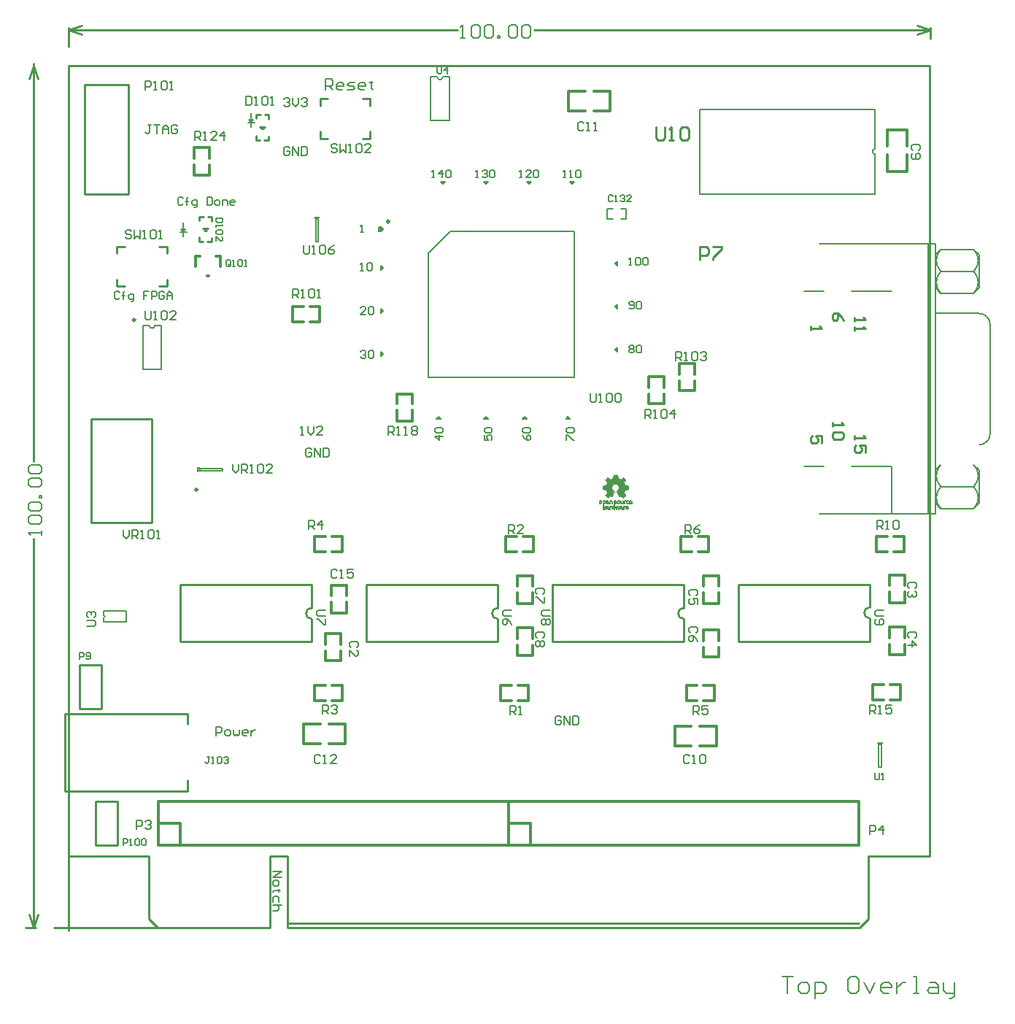
<source format=gto>
G04*
G04 #@! TF.GenerationSoftware,Altium Limited,CircuitStudio,1.5.2 (30)*
G04*
G04 Layer_Color=6750207*
%FSLAX25Y25*%
%MOIN*%
G70*
G01*
G75*
%ADD38C,0.01000*%
%ADD40C,0.01200*%
%ADD45C,0.00800*%
%ADD46C,0.00600*%
%ADD71C,0.00787*%
%ADD72C,0.00050*%
%ADD73C,0.00591*%
%ADD74C,0.00984*%
G36*
X564806Y1328912D02*
X564806Y1328911D01*
X564794Y1328922D01*
X564806Y1328912D01*
D02*
G37*
G36*
X553259Y1328613D02*
D01*
D01*
D01*
D01*
D02*
G37*
G36*
X561613Y1327538D02*
X561613Y1327538D01*
X561717Y1327517D01*
X561813Y1327454D01*
X561818Y1327461D01*
X561882Y1327435D01*
X561940Y1327294D01*
X561985Y1327186D01*
X561973Y1327184D01*
X561999Y1327053D01*
X561985Y1327053D01*
Y1325990D01*
X561683D01*
Y1326127D01*
X561677Y1326127D01*
X561647Y1326053D01*
X561547Y1326011D01*
Y1326011D01*
X561442Y1325968D01*
X561440Y1325981D01*
X561310Y1325955D01*
X561304Y1325957D01*
X561304Y1325959D01*
X561077Y1326004D01*
X561078Y1326009D01*
X560893Y1326086D01*
X560898Y1326090D01*
X560875Y1326099D01*
X560808Y1326260D01*
X560808Y1326260D01*
X560734Y1326440D01*
X560736Y1326446D01*
X560734Y1326445D01*
X560731Y1326451D01*
X560803Y1326625D01*
X560803Y1326625D01*
X560874Y1326794D01*
X560876Y1326792D01*
X560881Y1326802D01*
X561050Y1326872D01*
X561048Y1326877D01*
X561258Y1326919D01*
X561263Y1326918D01*
X561262Y1326906D01*
X561683D01*
X561696Y1327070D01*
X561699Y1327077D01*
X561664Y1327161D01*
X561664Y1327161D01*
X561644Y1327211D01*
X561607Y1327226D01*
X561608Y1327227D01*
X561510Y1327268D01*
X561509Y1327261D01*
X561393Y1327284D01*
X561373Y1327280D01*
X561373Y1327285D01*
X561369Y1327286D01*
X561274Y1327267D01*
X561272Y1327281D01*
X561193Y1327248D01*
X561194Y1327247D01*
X561112Y1327213D01*
X561086Y1327151D01*
X561087Y1327150D01*
X561086Y1327151D01*
X561086Y1327151D01*
X560836Y1327348D01*
X560870Y1327431D01*
X561063Y1327511D01*
X561063Y1327511D01*
X561198Y1327567D01*
X561200Y1327552D01*
X561340Y1327580D01*
X561358Y1327576D01*
X561357Y1327580D01*
X561380Y1327585D01*
X561613Y1327538D01*
D02*
G37*
G36*
X559553Y1329243D02*
D01*
D01*
D01*
D01*
D02*
G37*
G36*
X551343D02*
D01*
D01*
D01*
D01*
D02*
G37*
G36*
X562393Y1328465D02*
X562081D01*
Y1328601D01*
X562063Y1328559D01*
X561902Y1328493D01*
X561902Y1328493D01*
X561684Y1328403D01*
X561673Y1328407D01*
X561674Y1328407D01*
X561494Y1328481D01*
X561490Y1328471D01*
X561482Y1328473D01*
X561320Y1328581D01*
X561310Y1328570D01*
X561264Y1328589D01*
X561196Y1328753D01*
X561196D01*
X561152Y1328859D01*
X561164Y1328861D01*
X561140Y1328982D01*
X561141Y1328985D01*
X561154Y1328985D01*
Y1330017D01*
X561466D01*
X561435Y1329092D01*
X561432Y1329084D01*
X561487Y1328950D01*
X561487Y1328951D01*
X561538Y1328830D01*
X561537Y1328829D01*
X561538Y1328827D01*
X561653Y1328780D01*
X561653Y1328780D01*
X561771Y1328731D01*
X561775Y1328732D01*
X561775Y1328733D01*
X561779Y1328732D01*
X561895Y1328780D01*
X561895Y1328780D01*
X562009Y1328827D01*
X562010Y1328829D01*
X562009Y1328830D01*
X562059Y1328951D01*
X562060Y1328950D01*
X562115Y1329084D01*
X562112Y1329092D01*
X562081Y1329091D01*
Y1330017D01*
X562393D01*
Y1328465D01*
D02*
G37*
G36*
X556746Y1327607D02*
X556746Y1327605D01*
X556746Y1327605D01*
X556912Y1327536D01*
X556912Y1327536D01*
X557085Y1327464D01*
X557070Y1327446D01*
X556853Y1327188D01*
X556742Y1327234D01*
X556638Y1327277D01*
X556638Y1327280D01*
X556638Y1327280D01*
X556419Y1327189D01*
X556423Y1327185D01*
X556401Y1327176D01*
X556359Y1327076D01*
X556359Y1327076D01*
X556302Y1326938D01*
X556306Y1326928D01*
X556336Y1326929D01*
Y1325996D01*
X556024D01*
Y1327548D01*
X556336D01*
Y1327411D01*
X556328Y1327392D01*
X556336Y1327382D01*
Y1327411D01*
X556353Y1327453D01*
X556515Y1327520D01*
X556516Y1327520D01*
X556736Y1327611D01*
X556746Y1327607D01*
D02*
G37*
G36*
X558328Y1325996D02*
X558016D01*
X558041Y1326136D01*
X558027Y1326102D01*
X557835Y1326023D01*
X557834Y1326023D01*
X557621Y1325935D01*
X557615Y1325937D01*
X557616Y1325930D01*
X557611Y1325928D01*
X557480Y1325983D01*
X557481Y1325986D01*
X557368Y1326032D01*
X557368Y1326032D01*
X557218Y1326094D01*
X557187Y1326169D01*
X557187Y1326168D01*
X557102Y1326372D01*
X557112Y1326373D01*
X557081Y1326529D01*
X557081Y1326529D01*
X557051Y1326754D01*
X557054Y1326774D01*
X557054Y1326773D01*
X557052Y1326793D01*
X557081Y1327015D01*
X557081Y1327015D01*
X557081Y1327015D01*
X557081Y1327015D01*
X557112Y1327169D01*
X557102Y1327171D01*
X557187Y1327374D01*
X557186Y1327375D01*
X557216Y1327448D01*
X557368Y1327511D01*
X557368Y1327511D01*
X557481Y1327557D01*
X557480Y1327560D01*
X557611Y1327614D01*
X557616Y1327612D01*
X557615Y1327601D01*
X557622Y1327604D01*
X557833Y1327516D01*
X557834Y1327518D01*
X558016Y1327397D01*
Y1328174D01*
X558328D01*
Y1325996D01*
D02*
G37*
G36*
X560217D02*
X559942D01*
X559617Y1327081D01*
X559612D01*
X559288Y1325996D01*
X559012D01*
X558516Y1327548D01*
X558846D01*
X559144Y1326461D01*
X559150D01*
X559501Y1327548D01*
X559729D01*
X560079Y1326461D01*
X560086D01*
X560383Y1327548D01*
X560713D01*
X560217Y1325996D01*
D02*
G37*
G36*
X555290Y1327538D02*
X555290Y1327538D01*
X555394Y1327517D01*
X555490Y1327454D01*
X555495Y1327461D01*
X555559Y1327435D01*
X555617Y1327294D01*
Y1327294D01*
X555662Y1327186D01*
X555650Y1327184D01*
X555676Y1327053D01*
X555662Y1327053D01*
Y1325990D01*
X555360D01*
Y1326127D01*
X555354Y1326127D01*
X555324Y1326053D01*
X555224Y1326011D01*
Y1326011D01*
X555119Y1325968D01*
X555117Y1325981D01*
X554988Y1325955D01*
X554981Y1325957D01*
X554981Y1325959D01*
X554754Y1326004D01*
X554755Y1326009D01*
X554570Y1326086D01*
X554575Y1326090D01*
X554552Y1326099D01*
X554486Y1326260D01*
X554486Y1326260D01*
X554411Y1326440D01*
X554414Y1326446D01*
X554411Y1326445D01*
X554409Y1326451D01*
X554480Y1326625D01*
X554481Y1326625D01*
X554551Y1326794D01*
X554554Y1326792D01*
X554558Y1326802D01*
X554727Y1326872D01*
X554725Y1326877D01*
X554935Y1326919D01*
X554940Y1326918D01*
X554940Y1326906D01*
X555360D01*
X555373Y1327070D01*
X555376Y1327077D01*
X555341Y1327161D01*
X555341Y1327161D01*
X555321Y1327211D01*
X555284Y1327226D01*
X555285Y1327227D01*
X555187Y1327268D01*
X555186Y1327261D01*
X555070Y1327284D01*
X555050Y1327280D01*
X555050Y1327285D01*
X555046Y1327286D01*
X554951Y1327267D01*
X554950Y1327281D01*
X554870Y1327248D01*
X554871Y1327247D01*
X554789Y1327213D01*
X554764Y1327151D01*
X554765Y1327150D01*
X554764Y1327151D01*
X554764Y1327151D01*
X554513Y1327348D01*
X554547Y1327431D01*
X554740Y1327511D01*
X554740Y1327511D01*
X554875Y1327567D01*
X554877Y1327552D01*
X555017Y1327580D01*
X555035Y1327576D01*
X555035Y1327580D01*
X555057Y1327585D01*
X555290Y1327538D01*
D02*
G37*
G36*
X564057Y1327577D02*
X564062Y1327578D01*
X564300Y1327531D01*
X564301Y1327532D01*
X564307Y1327531D01*
X564510Y1327395D01*
X564529Y1327415D01*
X564555Y1327404D01*
X564648Y1327180D01*
X564657Y1327184D01*
X564710Y1326922D01*
X564707Y1326910D01*
X564696Y1326911D01*
Y1326654D01*
X563693Y1326655D01*
X563689Y1326644D01*
X563754Y1326486D01*
X563755Y1326486D01*
X563809Y1326357D01*
X563820Y1326352D01*
X563818Y1326350D01*
X563952Y1326294D01*
X563951Y1326294D01*
X564093Y1326235D01*
X564099Y1326238D01*
X564099Y1326235D01*
X564101Y1326234D01*
X564280Y1326308D01*
X564281Y1326308D01*
X564462Y1326383D01*
X564467Y1326394D01*
X564439Y1326421D01*
X564669Y1326225D01*
X564634Y1326172D01*
X564543Y1326112D01*
X564554Y1326097D01*
X564406Y1326036D01*
X564411Y1326023D01*
X564107Y1325962D01*
X564104Y1325963D01*
X564105Y1325964D01*
X563867Y1326011D01*
X563867Y1326009D01*
X563809Y1326021D01*
X563641Y1326133D01*
X563636Y1326125D01*
X563564Y1326155D01*
X563535Y1326225D01*
X563532Y1326223D01*
X563472Y1326368D01*
X563465Y1326366D01*
X563429Y1326547D01*
X563428Y1326546D01*
X563386Y1326756D01*
X563388Y1326766D01*
X563388Y1326766D01*
X563387Y1326774D01*
X563427Y1326975D01*
X563428Y1326975D01*
X563463Y1327151D01*
X563465Y1327150D01*
X563475Y1327201D01*
X563533Y1327288D01*
X563528Y1327292D01*
X563570Y1327393D01*
X563610Y1327409D01*
X563621Y1327397D01*
X563830Y1327536D01*
X563830Y1327536D01*
X563836Y1327522D01*
X564057Y1327614D01*
X564057Y1327577D01*
D02*
G37*
G36*
X563074Y1327607D02*
X563073Y1327605D01*
X563073Y1327605D01*
X563240Y1327536D01*
X563240Y1327536D01*
X563412Y1327464D01*
X563397Y1327446D01*
X563181Y1327188D01*
X563070Y1327234D01*
X563070D01*
X562966Y1327277D01*
X562966Y1327280D01*
X562965Y1327280D01*
X562746Y1327189D01*
X562750Y1327185D01*
X562728Y1327176D01*
X562687Y1327076D01*
X562686Y1327076D01*
X562629Y1326938D01*
X562633Y1326928D01*
X562664Y1326929D01*
Y1325996D01*
X562352D01*
Y1327548D01*
X562664D01*
Y1327411D01*
X562656Y1327392D01*
X562664Y1327382D01*
Y1327411D01*
X562681Y1327453D01*
X562843Y1327520D01*
X562843Y1327520D01*
X563063Y1327611D01*
X563074Y1327607D01*
D02*
G37*
G36*
X564466Y1330048D02*
X564466Y1330048D01*
X564470Y1330049D01*
X564633Y1330016D01*
X564633Y1330016D01*
X564730Y1329997D01*
X564783Y1329961D01*
X564784Y1329962D01*
X564996Y1329821D01*
X565029Y1329770D01*
X565024Y1329766D01*
X564808Y1329571D01*
X564784Y1329629D01*
X564650Y1329684D01*
X564649Y1329683D01*
X564481Y1329753D01*
X564478Y1329752D01*
X564479Y1329758D01*
X564468Y1329762D01*
X564301Y1329693D01*
X564301Y1329692D01*
X564176Y1329640D01*
X564164Y1329611D01*
X564162Y1329612D01*
X564096Y1329452D01*
X564098Y1329451D01*
X564059Y1329252D01*
X564061Y1329239D01*
X564061Y1329239D01*
X564059Y1329227D01*
X564098Y1329028D01*
X564096Y1329028D01*
X564162Y1328868D01*
X564164Y1328868D01*
X564175Y1328840D01*
X564301Y1328788D01*
X564301Y1328788D01*
X564468Y1328719D01*
X564479Y1328723D01*
X564478Y1328729D01*
X564481Y1328728D01*
X564650Y1328798D01*
X564651Y1328797D01*
X564781Y1328851D01*
X564806Y1328911D01*
X565029Y1328710D01*
X564996Y1328661D01*
X564784Y1328519D01*
X564784Y1328520D01*
X564731Y1328485D01*
X564633Y1328466D01*
Y1328466D01*
X564470Y1328433D01*
X564466Y1328434D01*
X564466Y1328434D01*
X564463Y1328433D01*
X564207Y1328484D01*
X564206Y1328482D01*
X564185Y1328487D01*
X563976Y1328626D01*
X563964Y1328611D01*
X563919Y1328630D01*
X563876Y1328732D01*
X563884Y1328737D01*
X563818Y1328837D01*
X563811Y1328872D01*
X563808Y1328871D01*
X563774Y1329041D01*
X563774Y1329041D01*
X563736Y1329232D01*
X563737Y1329239D01*
X563737Y1329239D01*
X563736Y1329246D01*
X563774Y1329438D01*
X563774Y1329437D01*
X563808Y1329608D01*
X563811Y1329607D01*
X563818Y1329643D01*
X563884Y1329743D01*
X563877Y1329748D01*
X563920Y1329852D01*
X563963Y1329870D01*
X563976Y1329855D01*
X564187Y1329996D01*
X564206Y1330000D01*
X564206Y1329998D01*
X564463Y1330049D01*
X564466Y1330048D01*
D02*
G37*
G36*
X560232Y1330048D02*
X560231Y1330048D01*
X560239Y1330050D01*
X560394Y1330019D01*
X560396Y1330027D01*
X560526Y1329973D01*
X560526Y1329973D01*
X560627Y1329906D01*
X560637Y1329919D01*
X560722Y1329884D01*
X560731Y1329862D01*
X560731Y1329862D01*
X560833Y1329615D01*
X560834Y1329616D01*
X560865Y1329461D01*
X560871Y1329462D01*
X560912Y1329257D01*
X560909Y1329243D01*
X560910Y1329243D01*
X560913Y1329228D01*
X560872Y1329020D01*
X560865Y1329021D01*
X560834Y1328865D01*
X560833Y1328865D01*
X560731Y1328619D01*
X560728Y1328621D01*
X560717Y1328595D01*
X560636Y1328562D01*
X560627Y1328574D01*
X560526Y1328507D01*
X560526Y1328508D01*
X560396Y1328454D01*
X560394Y1328463D01*
X560239Y1328432D01*
X560231Y1328434D01*
X560232Y1328433D01*
X560224Y1328432D01*
X560067Y1328463D01*
X560065Y1328454D01*
X559935Y1328508D01*
X559935Y1328507D01*
X559835Y1328574D01*
X559825Y1328561D01*
X559747Y1328594D01*
X559735Y1328623D01*
X559731Y1328619D01*
X559629Y1328865D01*
X559628Y1328865D01*
X559597Y1329021D01*
X559590Y1329020D01*
X559549Y1329228D01*
X559552Y1329243D01*
X559553Y1329243D01*
X559553Y1329243D01*
X559592Y1329243D01*
X559553Y1329243D01*
X559550Y1329257D01*
X559591Y1329462D01*
X559597Y1329461D01*
X559628Y1329616D01*
X559629Y1329615D01*
X559731Y1329862D01*
X559733Y1329861D01*
X559743Y1329885D01*
X559825Y1329919D01*
X559835Y1329906D01*
X559935Y1329973D01*
X559935Y1329973D01*
X560065Y1330027D01*
X560067Y1330019D01*
X560224Y1330050D01*
X560232Y1330048D01*
D02*
G37*
G36*
X555059Y1330046D02*
X555064Y1330047D01*
X555302Y1330000D01*
X555303Y1330001D01*
X555309Y1330000D01*
X555512Y1329864D01*
X555531Y1329885D01*
X555557Y1329874D01*
X555650Y1329650D01*
X555660Y1329653D01*
X555712Y1329391D01*
X555710Y1329380D01*
X555698Y1329380D01*
Y1329123D01*
X554695Y1329124D01*
X554691Y1329113D01*
X554756Y1328955D01*
X554757Y1328955D01*
X554811Y1328826D01*
X554822Y1328821D01*
X554820Y1328819D01*
X554954Y1328764D01*
X554953Y1328763D01*
X555095Y1328704D01*
X555101Y1328707D01*
X555101Y1328704D01*
X555103Y1328703D01*
X555282Y1328777D01*
X555282Y1328777D01*
X555464Y1328852D01*
X555469Y1328864D01*
X555442Y1328890D01*
X555671Y1328694D01*
X555636Y1328641D01*
X555545Y1328581D01*
X555556Y1328566D01*
X555408Y1328505D01*
X555413Y1328492D01*
X555109Y1328432D01*
X555106Y1328432D01*
X555106Y1328433D01*
X554869Y1328480D01*
X554869Y1328478D01*
X554811Y1328490D01*
X554643Y1328602D01*
X554638Y1328594D01*
X554566Y1328624D01*
X554537Y1328694D01*
X554535Y1328692D01*
X554474Y1328837D01*
X554467Y1328835D01*
X554431Y1329016D01*
X554430Y1329016D01*
X554389Y1329226D01*
X554390Y1329235D01*
X554390Y1329235D01*
X554389Y1329243D01*
X554429Y1329445D01*
X554430Y1329444D01*
X554465Y1329620D01*
X554467Y1329620D01*
X554477Y1329670D01*
X554536Y1329757D01*
X554530Y1329761D01*
X554572Y1329862D01*
X554612Y1329879D01*
X554623Y1329866D01*
X554832Y1330005D01*
X554832Y1330005D01*
X554838Y1329991D01*
X555059Y1330083D01*
X555059Y1330046D01*
D02*
G37*
G36*
X565755D02*
X565760Y1330047D01*
X565999Y1330000D01*
X565999Y1330001D01*
X566005Y1330000D01*
X566209Y1329864D01*
X566227Y1329885D01*
X566253Y1329874D01*
X566346Y1329650D01*
X566356Y1329653D01*
X566408Y1329391D01*
X566406Y1329380D01*
X566394Y1329380D01*
Y1329123D01*
X565391Y1329124D01*
X565387Y1329113D01*
X565453Y1328955D01*
X565453Y1328955D01*
X565507Y1328826D01*
X565518Y1328821D01*
X565516Y1328819D01*
X565650Y1328764D01*
X565650Y1328763D01*
X565792Y1328704D01*
X565797Y1328707D01*
X565797Y1328704D01*
X565800Y1328703D01*
X565979Y1328777D01*
X565979Y1328777D01*
X566160Y1328852D01*
X566165Y1328864D01*
X566138Y1328890D01*
X566367Y1328694D01*
X566332Y1328641D01*
X566242Y1328581D01*
X566252Y1328566D01*
X566104Y1328505D01*
X566109Y1328492D01*
X565805Y1328432D01*
X565803Y1328432D01*
X565803Y1328433D01*
X565566Y1328480D01*
X565565Y1328478D01*
X565507Y1328490D01*
X565340Y1328602D01*
X565334Y1328594D01*
X565263Y1328624D01*
X565234Y1328694D01*
X565231Y1328692D01*
X565171Y1328837D01*
X565164Y1328835D01*
X565128Y1329016D01*
X565127Y1329016D01*
X565085Y1329226D01*
X565087Y1329235D01*
X565087Y1329235D01*
X565085Y1329243D01*
X565125Y1329445D01*
X565126Y1329444D01*
X565161Y1329620D01*
X565164Y1329620D01*
X565174Y1329671D01*
X565232Y1329757D01*
X565227Y1329761D01*
X565268Y1329862D01*
X565308Y1329879D01*
X565319Y1329866D01*
X565528Y1330005D01*
X565528Y1330005D01*
X565534Y1329991D01*
X565755Y1330083D01*
X565755Y1330046D01*
D02*
G37*
G36*
X553794Y1330029D02*
X553793Y1330026D01*
X553906Y1329980D01*
X553906Y1329980D01*
X554063Y1329915D01*
X554092Y1329846D01*
X554088Y1329843D01*
X554172Y1329640D01*
X554162Y1329638D01*
X554193Y1329483D01*
X554193Y1329484D01*
X554223Y1329259D01*
X554220Y1329239D01*
X554220Y1329239D01*
X554222Y1329220D01*
X554193Y1328996D01*
X554193Y1328997D01*
X554163Y1328842D01*
X554172Y1328840D01*
X554088Y1328637D01*
X554090Y1328636D01*
X554061Y1328565D01*
X553906Y1328501D01*
X553905Y1328501D01*
X553793Y1328455D01*
X553794Y1328452D01*
X553664Y1328399D01*
X553659Y1328400D01*
X553660Y1328412D01*
X553652Y1328408D01*
X553441Y1328496D01*
X553440Y1328492D01*
X553259Y1328613D01*
Y1328630D01*
X553249Y1328620D01*
X553259Y1328613D01*
X553259Y1327411D01*
X553276Y1327453D01*
X553438Y1327520D01*
X553438Y1327520D01*
X553658Y1327611D01*
X553669Y1327607D01*
X553668Y1327605D01*
X553846Y1327531D01*
X553850Y1327542D01*
X553855Y1327541D01*
X554019Y1327431D01*
X554029Y1327442D01*
X554075Y1327423D01*
X554143Y1327259D01*
X554143D01*
X554187Y1327153D01*
X554175Y1327151D01*
X554199Y1327031D01*
X554198Y1327028D01*
X554185Y1327028D01*
Y1325996D01*
X553873D01*
X553904Y1326919D01*
X553907Y1326927D01*
X553852Y1327060D01*
X553852Y1327060D01*
X553802Y1327181D01*
X553802Y1327181D01*
X553800Y1327185D01*
X553687Y1327232D01*
X553687Y1327232D01*
X553571Y1327280D01*
X553567Y1327278D01*
X553568Y1327279D01*
X553564Y1327281D01*
X553445Y1327232D01*
X553445Y1327232D01*
X553331Y1327184D01*
X553330Y1327181D01*
X553330Y1327181D01*
X553280Y1327060D01*
X553279Y1327060D01*
X553224Y1326927D01*
X553227Y1326919D01*
X553259Y1326920D01*
Y1325996D01*
X552947D01*
Y1330017D01*
X553259D01*
X553235Y1329874D01*
X553251Y1329912D01*
X553440Y1329990D01*
X553440Y1329990D01*
X553654Y1330078D01*
X553660Y1330076D01*
X553659Y1330081D01*
X553664Y1330082D01*
X553794Y1330029D01*
D02*
G37*
G36*
X559643Y1341720D02*
X559661Y1341677D01*
X559659Y1341677D01*
X559927Y1340283D01*
X559945Y1340240D01*
X559973Y1340228D01*
X561140Y1339745D01*
X561169Y1339733D01*
X561212Y1339750D01*
X561211Y1339752D01*
X562386Y1340548D01*
X562429Y1340566D01*
X562486Y1340542D01*
X562486D01*
X562482Y1340538D01*
X563490Y1339538D01*
X563514Y1339481D01*
X563496Y1339438D01*
X563495Y1339439D01*
X562698Y1338264D01*
X562681Y1338221D01*
X562692Y1338192D01*
X563176Y1337025D01*
X563188Y1336997D01*
X563231Y1336979D01*
X563231Y1336980D01*
X564625Y1336713D01*
X564668Y1336695D01*
X564691Y1336638D01*
X564685D01*
X564691Y1335218D01*
X564668Y1335160D01*
X564625Y1335143D01*
X564625Y1335144D01*
X563231Y1334877D01*
X563188Y1334859D01*
X563176Y1334830D01*
X563176D01*
X562692Y1333663D01*
X562681Y1333634D01*
X562698Y1333592D01*
X562700Y1333592D01*
X563496Y1332418D01*
X563514Y1332375D01*
X563490Y1332318D01*
X563486Y1332322D01*
X562486Y1331313D01*
X562429Y1331290D01*
X562386Y1331307D01*
X562387Y1331309D01*
X561212Y1332105D01*
X561169Y1332123D01*
X561140Y1332111D01*
X560606Y1331890D01*
X560577Y1331878D01*
X560520Y1331902D01*
X560508Y1331931D01*
X560508D01*
X559524Y1334340D01*
X559512Y1334369D01*
X559536Y1334426D01*
X559562Y1334437D01*
X559571Y1334418D01*
X560059Y1334745D01*
X560422Y1335287D01*
X560549Y1335928D01*
X560422Y1336568D01*
X560059Y1337111D01*
X559516Y1337474D01*
X558876Y1337601D01*
X558235Y1337474D01*
X557692Y1337111D01*
X557330Y1336568D01*
X557202Y1335928D01*
X557330Y1335287D01*
X557692Y1334745D01*
X558181Y1334418D01*
X558190Y1334437D01*
X558216Y1334426D01*
X558239Y1334369D01*
X558228Y1334340D01*
X557244Y1331931D01*
X557232Y1331902D01*
X557174Y1331878D01*
X557146Y1331890D01*
X556611Y1332111D01*
X556582Y1332123D01*
X556539Y1332105D01*
X556540Y1332104D01*
X555366Y1331307D01*
X555323Y1331290D01*
X555266Y1331313D01*
X555270Y1331318D01*
X554261Y1332318D01*
Y1332318D01*
X554238Y1332375D01*
X554255Y1332418D01*
X554257Y1332417D01*
X555053Y1333592D01*
X555071Y1333634D01*
X555059Y1333663D01*
X554575Y1334830D01*
X554564Y1334859D01*
X554521Y1334877D01*
X554520Y1334875D01*
X553127Y1335143D01*
X553084Y1335160D01*
X553060Y1335218D01*
X553066D01*
X553060Y1336638D01*
X553084Y1336695D01*
X553127Y1336713D01*
X553127Y1336712D01*
X554521Y1336979D01*
X554564Y1336997D01*
X554575Y1337025D01*
X555059Y1338192D01*
X555071Y1338221D01*
X555053Y1338264D01*
X555052Y1338263D01*
X554255Y1339438D01*
X554238Y1339481D01*
X554261Y1339538D01*
Y1339538D01*
X554266Y1339534D01*
X555266Y1340542D01*
X555266D01*
X555323Y1340566D01*
X555366Y1340548D01*
X555365Y1340547D01*
X556539Y1339750D01*
X556582Y1339733D01*
X556611Y1339745D01*
Y1339745D01*
X557778Y1340228D01*
X557807Y1340240D01*
X557825Y1340283D01*
X557823Y1340283D01*
X558090Y1341677D01*
X558108Y1341720D01*
X558166Y1341743D01*
Y1341737D01*
X559586Y1341743D01*
X559643Y1341720D01*
D02*
G37*
G36*
X552022Y1330048D02*
X552022Y1330048D01*
X552029Y1330050D01*
X552184Y1330019D01*
X552186Y1330027D01*
X552316Y1329973D01*
X552316Y1329973D01*
X552417Y1329906D01*
X552427Y1329919D01*
X552512Y1329884D01*
X552521Y1329862D01*
X552521Y1329862D01*
X552623Y1329615D01*
X552624Y1329616D01*
X552655Y1329461D01*
X552661Y1329462D01*
X552702Y1329257D01*
X552699Y1329243D01*
X552700Y1329243D01*
X552703Y1329228D01*
X552662Y1329020D01*
X552655Y1329021D01*
X552624Y1328865D01*
X552623Y1328865D01*
X552521Y1328619D01*
X552518Y1328621D01*
X552507Y1328595D01*
X552426Y1328562D01*
X552417Y1328574D01*
X552316Y1328507D01*
X552316Y1328508D01*
X552186Y1328454D01*
X552184Y1328463D01*
X552029Y1328432D01*
X552022Y1328434D01*
X552022Y1328433D01*
X552014Y1328432D01*
X551857Y1328463D01*
X551855Y1328454D01*
X551725Y1328508D01*
X551725Y1328507D01*
X551625Y1328574D01*
X551615Y1328561D01*
X551537Y1328594D01*
X551525Y1328623D01*
X551521Y1328619D01*
X551419Y1328865D01*
X551418Y1328865D01*
X551387Y1329021D01*
X551380Y1329020D01*
X551339Y1329228D01*
X551342Y1329243D01*
X551343Y1329243D01*
X551343Y1329243D01*
X551382Y1329243D01*
X551343Y1329243D01*
X551340Y1329257D01*
X551381Y1329462D01*
X551387Y1329461D01*
X551418Y1329616D01*
X551419Y1329615D01*
X551521Y1329862D01*
X551523Y1329861D01*
X551533Y1329885D01*
X551615Y1329919D01*
X551625Y1329906D01*
X551725Y1329973D01*
X551725Y1329973D01*
X551855Y1330027D01*
X551857Y1330019D01*
X552014Y1330050D01*
X552022Y1330048D01*
D02*
G37*
G36*
X558942Y1330021D02*
X558942Y1330021D01*
X559105Y1329988D01*
X559106Y1329991D01*
X559126Y1329987D01*
X559365Y1329828D01*
X559361Y1329824D01*
X559168Y1329597D01*
X558985Y1329719D01*
X558985Y1329719D01*
X558977Y1329700D01*
X558763Y1329789D01*
X558752Y1329784D01*
X558754Y1329779D01*
X558743Y1329783D01*
X558625Y1329734D01*
X558626Y1329730D01*
X558539Y1329695D01*
X558539Y1329695D01*
X558528Y1329690D01*
X558472Y1329558D01*
X558474Y1329553D01*
X558477Y1329553D01*
X558498Y1329504D01*
X558497Y1329504D01*
X558519Y1329452D01*
X558522Y1329451D01*
X558524Y1329452D01*
X558592Y1329423D01*
X558592Y1329422D01*
X558691Y1329381D01*
X558692Y1329407D01*
X558949Y1329396D01*
X559061Y1329374D01*
X559063Y1329382D01*
X559156Y1329344D01*
Y1329344D01*
X559290Y1329288D01*
X559305Y1329249D01*
X559309Y1329252D01*
X559374Y1329096D01*
X559374Y1329096D01*
X559443Y1328929D01*
X559441Y1328924D01*
X559430Y1328925D01*
X559434Y1328916D01*
X559353Y1328721D01*
X559354Y1328721D01*
X559305Y1328603D01*
X559215Y1328566D01*
X559212Y1328572D01*
X559098Y1328496D01*
X559005Y1328477D01*
X559005Y1328477D01*
X558764Y1328429D01*
X558756Y1328431D01*
X558756Y1328430D01*
X558749Y1328428D01*
X558385Y1328501D01*
X558384Y1328498D01*
X558383Y1328498D01*
X558062Y1328712D01*
X558073Y1328724D01*
X558282Y1328930D01*
X558510Y1328777D01*
X558511Y1328779D01*
X558774Y1328726D01*
X558780Y1328728D01*
X558780Y1328697D01*
X558785Y1328695D01*
X558903Y1328744D01*
X558903Y1328747D01*
X559001Y1328788D01*
X559000Y1328789D01*
X559049Y1328810D01*
X559066Y1328852D01*
X559066Y1328852D01*
X559100Y1328936D01*
X559099Y1328940D01*
X559097Y1328939D01*
X559098Y1328942D01*
X559075Y1329000D01*
X559075Y1329000D01*
X559057Y1329043D01*
X559042Y1329049D01*
X559043Y1329051D01*
X558980Y1329077D01*
X558980Y1329077D01*
X558898Y1329111D01*
X558896Y1329091D01*
X558619Y1329084D01*
X558445Y1329156D01*
X558445Y1329156D01*
X558283Y1329223D01*
X558289Y1329229D01*
X558264Y1329239D01*
X558207Y1329378D01*
X558207Y1329378D01*
X558136Y1329548D01*
X558140Y1329557D01*
X558139Y1329556D01*
X558135Y1329567D01*
X558216Y1329764D01*
X558216Y1329764D01*
X558271Y1329895D01*
X558334Y1329922D01*
X558330Y1329927D01*
X558525Y1330008D01*
X558526Y1330007D01*
X558745Y1330050D01*
X558753Y1330049D01*
X558753Y1330056D01*
X558759Y1330058D01*
X558942Y1330021D01*
D02*
G37*
G36*
X563469Y1330076D02*
X563469Y1330074D01*
X563469Y1330074D01*
X563635Y1330005D01*
X563635Y1330005D01*
X563808Y1329933D01*
X563793Y1329915D01*
X563576Y1329657D01*
X563465Y1329704D01*
X563361Y1329747D01*
X563361Y1329749D01*
X563361Y1329749D01*
X563142Y1329658D01*
X563145Y1329654D01*
X563124Y1329645D01*
X563082Y1329545D01*
X563082Y1329545D01*
X563025Y1329407D01*
X563029Y1329397D01*
X563059Y1329398D01*
Y1328465D01*
X562747D01*
Y1330017D01*
X563059D01*
Y1329881D01*
X563051Y1329862D01*
X563059Y1329851D01*
Y1329881D01*
X563076Y1329922D01*
X563238Y1329989D01*
X563238Y1329989D01*
X563459Y1330080D01*
X563469Y1330076D01*
D02*
G37*
G36*
X556693Y1330076D02*
X556692Y1330074D01*
X556870Y1330000D01*
X556874Y1330011D01*
X556878Y1330011D01*
X557043Y1329900D01*
X557053Y1329912D01*
X557099Y1329892D01*
X557167Y1329729D01*
X557167D01*
X557211Y1329623D01*
X557199Y1329620D01*
X557223Y1329500D01*
X557222Y1329497D01*
X557209Y1329497D01*
Y1328465D01*
X556897D01*
X556928Y1329389D01*
X556931Y1329396D01*
X556876Y1329529D01*
X556876Y1329529D01*
X556825Y1329650D01*
X556826Y1329650D01*
X556824Y1329654D01*
X556711Y1329701D01*
X556711Y1329701D01*
X556595Y1329749D01*
X556591Y1329747D01*
X556592Y1329748D01*
X556587Y1329750D01*
X556469Y1329701D01*
X556469Y1329701D01*
X556355Y1329653D01*
X556354Y1329650D01*
X556354Y1329650D01*
X556304Y1329529D01*
X556303Y1329529D01*
X556248Y1329396D01*
X556251Y1329389D01*
X556282Y1329389D01*
Y1328465D01*
X555970D01*
Y1330017D01*
X556282D01*
Y1329881D01*
X556275Y1329862D01*
X556282Y1329851D01*
Y1329881D01*
X556299Y1329922D01*
X556462Y1329989D01*
X556462Y1329989D01*
X556682Y1330080D01*
X556693Y1330076D01*
D02*
G37*
%LPC*%
G36*
X564053Y1327299D02*
X563930Y1327248D01*
X563930Y1327248D01*
X563811Y1327199D01*
X563809Y1327195D01*
X563809Y1327195D01*
X563756Y1327065D01*
X563755Y1327065D01*
X563691Y1326911D01*
X563729Y1326911D01*
X564421Y1326912D01*
X564357Y1327065D01*
X564356Y1327065D01*
X564303Y1327195D01*
X564302Y1327195D01*
X564300Y1327200D01*
X564183Y1327248D01*
X564183Y1327248D01*
X564061Y1327299D01*
X564057Y1327297D01*
X564057Y1327297D01*
X564053Y1327299D01*
D02*
G37*
G36*
X553259Y1327411D02*
X553251Y1327392D01*
X553259Y1327382D01*
Y1327411D01*
D02*
G37*
G36*
X557706Y1327293D02*
X557610Y1327253D01*
X557611Y1327249D01*
X557533Y1327217D01*
X557534Y1327217D01*
X557483Y1327196D01*
X557444Y1327103D01*
X557442Y1327104D01*
X557379Y1326784D01*
X557381Y1326774D01*
X557378Y1326761D01*
X557443Y1326439D01*
X557444Y1326439D01*
X557483Y1326346D01*
X557534Y1326325D01*
X557533Y1326325D01*
X557611Y1326293D01*
X557610Y1326289D01*
X557706Y1326249D01*
X557711Y1326252D01*
X557711Y1326254D01*
X557716Y1326252D01*
X557810Y1326291D01*
X557810Y1326294D01*
X557886Y1326326D01*
X557886Y1326326D01*
X557933Y1326346D01*
X557974Y1326445D01*
X557976Y1326445D01*
X558040Y1326769D01*
X558039Y1326774D01*
X558039Y1326774D01*
X558040Y1326776D01*
X557976Y1327097D01*
X557974Y1327097D01*
X557933Y1327197D01*
X557886Y1327216D01*
X557886Y1327216D01*
X557810Y1327248D01*
X557810Y1327251D01*
X557716Y1327290D01*
X557711Y1327289D01*
X557711Y1327254D01*
X557711Y1327288D01*
X557711Y1327289D01*
X557711Y1327291D01*
X557706Y1327293D01*
D02*
G37*
G36*
X552013Y1329752D02*
X551873Y1329694D01*
X551873Y1329694D01*
X551785Y1329658D01*
X551766Y1329612D01*
X551762Y1329615D01*
X551706Y1329478D01*
X551710Y1329477D01*
X551692Y1329385D01*
X551679Y1329385D01*
X551652Y1329254D01*
X551654Y1329243D01*
X551652Y1329243D01*
X551650Y1329232D01*
X551677Y1329096D01*
X551691Y1329097D01*
X551710Y1329003D01*
X551706Y1329002D01*
X551762Y1328866D01*
X551766Y1328869D01*
X551785Y1328823D01*
X551873Y1328786D01*
X551873Y1328786D01*
X552013Y1328728D01*
X552022Y1328732D01*
X552021Y1328732D01*
X552022Y1328732D01*
X552022Y1328732D01*
X552030Y1328729D01*
X552169Y1328786D01*
X552169Y1328786D01*
X552259Y1328824D01*
X552278Y1328868D01*
X552281Y1328866D01*
X552336Y1329001D01*
X552341Y1329000D01*
X552380Y1329094D01*
X552363Y1329095D01*
X552389Y1329228D01*
X552387Y1329239D01*
X552387D01*
X552389Y1329250D01*
X552363Y1329385D01*
X552380Y1329385D01*
X552341Y1329479D01*
X552336Y1329478D01*
X552280Y1329614D01*
X552278Y1329612D01*
X552259Y1329657D01*
X552169Y1329694D01*
X552169Y1329694D01*
X552030Y1329752D01*
X552022Y1329749D01*
X552022Y1329748D01*
X552021Y1329748D01*
X552022Y1329749D01*
X552013Y1329752D01*
D02*
G37*
G36*
X554996Y1326690D02*
X554879Y1326641D01*
X554879Y1326638D01*
X554795Y1326603D01*
X554796Y1326601D01*
X554769Y1326591D01*
X554749Y1326541D01*
X554749Y1326540D01*
X554719Y1326468D01*
X554722Y1326460D01*
X554721Y1326461D01*
X554721Y1326460D01*
X554750Y1326388D01*
X554750Y1326388D01*
X554775Y1326328D01*
X554796Y1326319D01*
X554794Y1326317D01*
X554889Y1326278D01*
X554888Y1326276D01*
X555010Y1326225D01*
X555020Y1326229D01*
X555019Y1326252D01*
X555045Y1326247D01*
X555182Y1326275D01*
X555183Y1326266D01*
X555289Y1326310D01*
X555290Y1326309D01*
X555311Y1326318D01*
X555321Y1326343D01*
X555322Y1326342D01*
X555343Y1326392D01*
X555345Y1326391D01*
X555400Y1326523D01*
X555394Y1326536D01*
X555360Y1326536D01*
Y1326650D01*
X554996Y1326690D01*
D02*
G37*
G36*
X565751Y1329768D02*
X565628Y1329718D01*
X565628Y1329717D01*
X565509Y1329668D01*
X565508Y1329664D01*
X565508Y1329664D01*
X565454Y1329535D01*
X565453Y1329535D01*
X565389Y1329380D01*
X565428Y1329380D01*
X566119Y1329381D01*
X566055Y1329535D01*
X566055Y1329535D01*
X566001Y1329664D01*
X566000Y1329664D01*
X565998Y1329669D01*
X565881Y1329717D01*
X565881Y1329717D01*
X565759Y1329768D01*
X565755Y1329766D01*
X565756Y1329767D01*
X565751Y1329768D01*
D02*
G37*
G36*
X561318Y1326690D02*
X561201Y1326641D01*
X561202Y1326638D01*
X561117Y1326603D01*
X561118Y1326601D01*
X561092Y1326591D01*
X561071Y1326541D01*
X561071Y1326540D01*
X561042Y1326468D01*
X561045Y1326460D01*
X561044Y1326461D01*
X561044Y1326460D01*
X561073Y1326388D01*
X561073Y1326388D01*
X561098Y1326328D01*
X561119Y1326319D01*
X561117Y1326317D01*
X561211Y1326278D01*
X561211Y1326276D01*
X561333Y1326225D01*
X561343Y1326229D01*
X561342Y1326252D01*
X561368Y1326247D01*
X561505Y1326275D01*
X561506Y1326266D01*
X561612Y1326310D01*
X561613Y1326309D01*
X561634Y1326318D01*
X561644Y1326343D01*
X561645Y1326342D01*
X561666Y1326392D01*
X561668Y1326391D01*
X561722Y1326523D01*
X561717Y1326536D01*
X561683Y1326536D01*
Y1326650D01*
X561318Y1326690D01*
D02*
G37*
G36*
X562081Y1328630D02*
Y1328601D01*
X562088Y1328619D01*
X562081Y1328630D01*
D02*
G37*
G36*
X553570Y1329762D02*
X553564Y1329759D01*
X553565Y1329758D01*
X553560Y1329760D01*
X553465Y1329720D01*
X553465Y1329717D01*
X553388Y1329685D01*
X553388Y1329685D01*
X553341Y1329666D01*
X553300Y1329566D01*
X553299Y1329566D01*
X553235Y1329243D01*
X553235Y1329239D01*
X553236Y1329239D01*
X553235Y1329235D01*
X553299Y1328913D01*
X553300Y1328914D01*
X553341Y1328815D01*
X553388Y1328795D01*
X553388Y1328795D01*
X553465Y1328763D01*
X553465Y1328760D01*
X553560Y1328720D01*
X553564Y1328722D01*
X553565Y1328758D01*
X553565Y1328723D01*
X553564Y1328722D01*
X553564Y1328721D01*
X553570Y1328719D01*
X553666Y1328759D01*
X553665Y1328762D01*
X553742Y1328794D01*
X553742Y1328795D01*
X553792Y1328815D01*
X553831Y1328909D01*
X553833Y1328908D01*
X553896Y1329228D01*
X553894Y1329239D01*
X553894Y1329239D01*
X553897Y1329250D01*
X553833Y1329572D01*
X553831Y1329571D01*
X553792Y1329665D01*
X553742Y1329686D01*
X553742Y1329686D01*
X553665Y1329718D01*
X553666Y1329722D01*
X553570Y1329762D01*
D02*
G37*
G36*
X555055Y1329768D02*
X554932Y1329718D01*
X554932Y1329717D01*
X554813Y1329668D01*
X554811Y1329664D01*
X554811Y1329664D01*
X554758Y1329535D01*
X554757Y1329535D01*
X554693Y1329380D01*
X554731Y1329380D01*
X555422Y1329381D01*
X555359Y1329535D01*
X555358Y1329535D01*
X555305Y1329664D01*
X555304Y1329664D01*
X555302Y1329669D01*
X555185Y1329717D01*
X555185Y1329717D01*
X555063Y1329768D01*
X555059Y1329766D01*
X555059Y1329767D01*
X555055Y1329768D01*
D02*
G37*
G36*
X560223Y1329752D02*
X560083Y1329694D01*
X560083Y1329694D01*
X559995Y1329658D01*
X559976Y1329612D01*
X559972Y1329615D01*
X559916Y1329478D01*
X559920Y1329477D01*
X559902Y1329385D01*
X559889Y1329385D01*
X559862Y1329253D01*
X559864Y1329243D01*
X559862Y1329243D01*
X559860Y1329232D01*
X559887Y1329096D01*
X559902Y1329097D01*
X559920Y1329003D01*
X559915Y1329001D01*
X559972Y1328866D01*
X559976Y1328869D01*
X559995Y1328823D01*
X560083Y1328786D01*
X560083Y1328786D01*
X560223Y1328728D01*
X560232Y1328732D01*
X560231Y1328732D01*
X560232Y1328732D01*
X560232Y1328732D01*
X560240Y1328729D01*
X560379Y1328786D01*
X560379Y1328786D01*
X560469Y1328824D01*
X560488Y1328868D01*
X560491Y1328866D01*
X560546Y1329001D01*
X560551Y1329000D01*
X560590Y1329094D01*
X560572Y1329095D01*
X560599Y1329228D01*
X560597Y1329239D01*
X560559Y1329239D01*
X560597Y1329239D01*
X560597Y1329239D01*
X560597D01*
X560599Y1329250D01*
X560573Y1329385D01*
X560590Y1329385D01*
X560551Y1329479D01*
X560546Y1329478D01*
X560490Y1329614D01*
X560488Y1329612D01*
X560469Y1329657D01*
X560379Y1329694D01*
X560379Y1329694D01*
X560240Y1329752D01*
X560232Y1329749D01*
X560232Y1329748D01*
X560231Y1329748D01*
X560232Y1329749D01*
X560223Y1329752D01*
D02*
G37*
%LPD*%
G36*
X552387Y1329239D02*
X552349Y1329239D01*
X552387Y1329239D01*
X552387Y1329239D01*
D02*
G37*
G36*
X557381Y1326773D02*
X557381Y1326774D01*
X557381Y1326774D01*
X557381Y1326773D01*
D02*
G37*
D38*
X420000Y1281000D02*
G03*
X420000Y1276000I0J-2500D01*
G01*
X675000Y1281250D02*
G03*
X675000Y1276250I0J-2500D01*
G01*
X590000Y1281000D02*
G03*
X590000Y1276000I0J-2500D01*
G01*
X505000Y1281000D02*
G03*
X505000Y1276000I0J-2500D01*
G01*
X368125Y1335000D02*
G03*
X368125Y1335000I-625J0D01*
G01*
X455625Y1457500D02*
G03*
X455625Y1457500I-625J0D01*
G01*
X339562Y1412500D02*
G03*
X339562Y1412500I-625J0D01*
G01*
X316437Y1520000D02*
X336437D01*
X316437Y1470000D02*
Y1520000D01*
Y1470000D02*
X336437D01*
Y1520000D01*
X307500Y1197283D02*
Y1232716D01*
Y1197283D02*
X363405D01*
Y1202205D01*
X307500Y1232716D02*
X363405D01*
Y1227795D02*
Y1232716D01*
X321437Y1172500D02*
X331437D01*
Y1192500D01*
X321437D02*
X331437D01*
X321437Y1172500D02*
Y1192500D01*
X314000Y1255000D02*
X324000D01*
X314000Y1235000D02*
Y1255000D01*
Y1235000D02*
X324000D01*
Y1255000D01*
X360000Y1291500D02*
X420000D01*
X360000Y1265500D02*
Y1291500D01*
Y1265500D02*
X420000D01*
Y1276000D01*
Y1281000D02*
Y1291500D01*
X615000Y1291750D02*
X675000D01*
X615000Y1265750D02*
Y1291750D01*
Y1265750D02*
X675000D01*
Y1276250D01*
Y1281250D02*
Y1291750D01*
X530000Y1291500D02*
X590000D01*
X530000Y1265500D02*
Y1291500D01*
Y1265500D02*
X590000D01*
Y1276000D01*
Y1281000D02*
Y1291500D01*
X505000Y1281000D02*
Y1291500D01*
Y1265500D02*
Y1276000D01*
X445000Y1265500D02*
X505000D01*
X445000D02*
Y1291500D01*
X505000D01*
X319331Y1319901D02*
Y1367146D01*
X346890D01*
Y1319901D02*
Y1367146D01*
X319331Y1319901D02*
X346890D01*
X577500Y1500498D02*
Y1495500D01*
X578500Y1494500D01*
X580499D01*
X581499Y1495500D01*
Y1500498D01*
X583498Y1494500D02*
X585497D01*
X584498D01*
Y1500498D01*
X583498Y1499498D01*
X588496D02*
X589496Y1500498D01*
X591495D01*
X592495Y1499498D01*
Y1495500D01*
X591495Y1494500D01*
X589496D01*
X588496Y1495500D01*
Y1499498D01*
X597500Y1440000D02*
Y1445998D01*
X600499D01*
X601499Y1444998D01*
Y1442999D01*
X600499Y1441999D01*
X597500D01*
X603498Y1445998D02*
X607497D01*
Y1444998D01*
X603498Y1441000D01*
Y1440000D01*
X652998Y1356168D02*
Y1359500D01*
X650499D01*
X651332Y1357834D01*
Y1357001D01*
X650499Y1356168D01*
X648833D01*
X648000Y1357001D01*
Y1358667D01*
X648833Y1359500D01*
X658000Y1365500D02*
Y1363834D01*
Y1364667D01*
X662998D01*
X662165Y1365500D01*
Y1361335D02*
X662998Y1360502D01*
Y1358835D01*
X662165Y1358002D01*
X658833D01*
X658000Y1358835D01*
Y1360502D01*
X658833Y1361335D01*
X662165D01*
X668000Y1359500D02*
Y1357834D01*
Y1358667D01*
X672998D01*
X672165Y1359500D01*
X672998Y1352002D02*
Y1355335D01*
X670499D01*
X671332Y1353668D01*
Y1352835D01*
X670499Y1352002D01*
X668833D01*
X668000Y1352835D01*
Y1354502D01*
X668833Y1355335D01*
X668000Y1413500D02*
Y1411834D01*
Y1412667D01*
X672998D01*
X672165Y1413500D01*
X668000Y1409335D02*
Y1407668D01*
Y1408502D01*
X672998D01*
X672165Y1409335D01*
X662998Y1412168D02*
X662165Y1413834D01*
X660499Y1415500D01*
X658833D01*
X658000Y1414667D01*
Y1413001D01*
X658833Y1412168D01*
X659666D01*
X660499Y1413001D01*
Y1415500D01*
X648000Y1409500D02*
Y1407834D01*
Y1408667D01*
X652998D01*
X652165Y1409500D01*
X308937Y1537126D02*
Y1546000D01*
X702638Y1541063D02*
Y1546000D01*
X308937Y1545000D02*
X486592D01*
X521782D02*
X702638D01*
X308937D02*
X314937Y1543000D01*
X308937Y1545000D02*
X314937Y1547000D01*
X696638D02*
X702638Y1545000D01*
X696638Y1543000D02*
X702638Y1545000D01*
X293189Y1527701D02*
Y1529701D01*
X289252Y1135000D02*
X294189D01*
X293189Y1347845D02*
Y1528701D01*
Y1135000D02*
Y1312656D01*
X291189Y1522701D02*
X293189Y1528701D01*
X295189Y1522701D01*
X293189Y1135000D02*
X295189Y1141000D01*
X291189D02*
X293189Y1135000D01*
X409000Y1137000D02*
X670000D01*
X409000D02*
Y1167500D01*
X350000Y1135000D02*
X401000D01*
Y1137000D02*
Y1167500D01*
X409000D01*
X302500Y1135000D02*
X349700D01*
X308937Y1133563D02*
Y1167500D01*
X345700Y1139000D02*
X349700Y1135000D01*
X670300D02*
X674300Y1139000D01*
X345700D02*
Y1167500D01*
X308937D02*
X345700D01*
X674300Y1139000D02*
Y1167500D01*
X702500D01*
X308937D02*
Y1528701D01*
X702500D01*
Y1167500D02*
Y1528701D01*
X401000Y1135000D02*
Y1167500D01*
X409000Y1135000D02*
Y1167500D01*
X349700Y1135000D02*
X401000D01*
X409000D02*
X670300D01*
X401000Y1167500D02*
X409000D01*
D40*
X419250Y1411500D02*
X423750D01*
X419250Y1418500D02*
X423750D01*
X411250D02*
X416250D01*
X411250Y1411500D02*
X416250D01*
X423750D02*
Y1418500D01*
X411250Y1411500D02*
Y1418500D01*
X378500Y1437000D02*
Y1441500D01*
X367000Y1437000D02*
Y1441500D01*
X376500D02*
X378500D01*
X372500Y1432500D02*
X373000D01*
X367000Y1441500D02*
X369000D01*
X429000Y1278750D02*
X436000D01*
X429000Y1291250D02*
X436000D01*
Y1278750D02*
Y1283750D01*
X429000Y1278750D02*
Y1283750D01*
Y1286750D02*
Y1291250D01*
X436000Y1286750D02*
Y1291250D01*
X686100Y1306500D02*
X690600D01*
X686100Y1313500D02*
X690600D01*
X678100D02*
X683100D01*
X678100Y1306500D02*
X683100D01*
X690600D02*
Y1313500D01*
X678100Y1306500D02*
Y1313500D01*
X603900Y1238750D02*
Y1245750D01*
X591400Y1238750D02*
Y1245750D01*
X598900D02*
X603900D01*
X598900Y1238750D02*
X603900D01*
X591400D02*
X595900D01*
X591400Y1245750D02*
X595900D01*
X514400Y1238750D02*
X518900D01*
X514400Y1245750D02*
X518900D01*
X506400D02*
X511400D01*
X506400Y1238750D02*
X511400D01*
X518900D02*
Y1245750D01*
X506400Y1238750D02*
Y1245750D01*
X514000Y1271900D02*
X521000D01*
X514000Y1259400D02*
X521000D01*
X514000Y1266900D02*
Y1271900D01*
X521000Y1266900D02*
Y1271900D01*
Y1259400D02*
Y1263900D01*
X514000Y1259400D02*
Y1263900D01*
X521000Y1291100D02*
Y1295600D01*
X514000Y1291100D02*
Y1295600D01*
Y1283100D02*
Y1288100D01*
X521000Y1283100D02*
Y1288100D01*
X514000Y1295600D02*
X521000D01*
X514000Y1283100D02*
X521000D01*
X599000Y1271100D02*
X606000D01*
X599000Y1258600D02*
X606000D01*
X599000Y1266100D02*
Y1271100D01*
X606000Y1266100D02*
Y1271100D01*
Y1258600D02*
Y1263100D01*
X599000Y1258600D02*
Y1263100D01*
X606000Y1291100D02*
Y1295600D01*
X599000Y1291100D02*
Y1295600D01*
Y1283100D02*
Y1288100D01*
X606000Y1283100D02*
Y1288100D01*
X599000Y1295600D02*
X606000D01*
X599000Y1283100D02*
X606000D01*
X684000Y1272150D02*
X691000D01*
X684000Y1259650D02*
X691000D01*
X684000Y1267150D02*
Y1272150D01*
X691000Y1267150D02*
Y1272150D01*
Y1259650D02*
Y1264150D01*
X684000Y1259650D02*
Y1264150D01*
X691000Y1291350D02*
Y1295850D01*
X684000Y1291350D02*
Y1295850D01*
Y1283350D02*
Y1288350D01*
X691000Y1283350D02*
Y1288350D01*
X684000Y1295850D02*
X691000D01*
X684000Y1283350D02*
X691000D01*
X588750Y1306500D02*
Y1313500D01*
X601250Y1306500D02*
Y1313500D01*
X588750Y1306500D02*
X593750D01*
X588750Y1313500D02*
X593750D01*
X596750D02*
X601250D01*
X596750Y1306500D02*
X601250D01*
X516750D02*
X521250D01*
X516750Y1313500D02*
X521250D01*
X508750D02*
X513750D01*
X508750Y1306500D02*
X513750D01*
X521250D02*
Y1313500D01*
X508750Y1306500D02*
Y1313500D01*
X684400Y1239000D02*
X688900D01*
X684400Y1246000D02*
X688900D01*
X676400D02*
X681400D01*
X676400Y1239000D02*
X681400D01*
X688900D02*
Y1246000D01*
X676400Y1239000D02*
Y1246000D01*
X429400Y1306500D02*
X433900D01*
X429400Y1313500D02*
X433900D01*
X421400D02*
X426400D01*
X421400Y1306500D02*
X426400D01*
X433900D02*
Y1313500D01*
X421400Y1306500D02*
Y1313500D01*
Y1238750D02*
Y1245750D01*
X433900Y1238750D02*
Y1245750D01*
X421400Y1238750D02*
X426400D01*
X421400Y1245750D02*
X426400D01*
X429400D02*
X433900D01*
X429400Y1238750D02*
X433900D01*
X426500Y1269400D02*
X433500D01*
X426500Y1256900D02*
X433500D01*
X426500Y1264400D02*
Y1269400D01*
X433500Y1264400D02*
Y1269400D01*
Y1256900D02*
Y1261400D01*
X426500Y1256900D02*
Y1261400D01*
X435437Y1219063D02*
Y1228063D01*
X416437Y1219063D02*
Y1228063D01*
X427937D02*
X435437D01*
X427937Y1219063D02*
X435437D01*
X416437D02*
X423937D01*
X416437Y1228063D02*
X423937D01*
X537437Y1508000D02*
Y1517000D01*
X556437Y1508000D02*
Y1517000D01*
X537437Y1508000D02*
X544937D01*
X537437Y1517000D02*
X544937D01*
X548937D02*
X556437D01*
X548937Y1508000D02*
X556437D01*
X586000Y1218000D02*
Y1227000D01*
X605000Y1218000D02*
Y1227000D01*
X586000Y1218000D02*
X593500D01*
X586000Y1227000D02*
X593500D01*
X597500D02*
X605000D01*
X597500Y1218000D02*
X605000D01*
X682937Y1499437D02*
X691937D01*
X682937Y1480437D02*
X691937D01*
X682937Y1491937D02*
Y1499437D01*
X691937Y1491937D02*
Y1499437D01*
Y1480437D02*
Y1487937D01*
X682937Y1480437D02*
Y1487937D01*
X588000Y1380250D02*
Y1384750D01*
X595000Y1380250D02*
Y1384750D01*
Y1387750D02*
Y1392750D01*
X588000Y1387750D02*
Y1392750D01*
Y1380250D02*
X595000D01*
X588000Y1392750D02*
X595000D01*
X466000Y1374250D02*
Y1378750D01*
X459000Y1374250D02*
Y1378750D01*
Y1366250D02*
Y1371250D01*
X466000Y1366250D02*
Y1371250D01*
X459000Y1378750D02*
X466000D01*
X459000Y1366250D02*
X466000D01*
X366500Y1478750D02*
Y1483250D01*
X373500Y1478750D02*
Y1483250D01*
Y1486250D02*
Y1491250D01*
X366500Y1486250D02*
Y1491250D01*
Y1478750D02*
X373500D01*
X366500Y1491250D02*
X373500D01*
X574000Y1374250D02*
Y1378750D01*
X581000Y1374250D02*
Y1378750D01*
Y1381750D02*
Y1386750D01*
X574000Y1381750D02*
Y1386750D01*
Y1374250D02*
X581000D01*
X574000Y1386750D02*
X581000D01*
X670000Y1172500D02*
Y1192500D01*
X510000Y1172500D02*
Y1192500D01*
X670000D01*
X510000Y1172500D02*
X670000D01*
X520000D02*
Y1182500D01*
X510000D02*
X520000D01*
X510000Y1172500D02*
Y1192500D01*
X350000Y1172500D02*
Y1192500D01*
X510000D01*
X350000Y1172500D02*
X510000D01*
X360000D02*
Y1182500D01*
X350000D02*
X360000D01*
D45*
X730000Y1410500D02*
G03*
X725000Y1415500I-5000J0D01*
G01*
Y1355500D02*
G03*
X730000Y1360500I0J5000D01*
G01*
X707491Y1444675D02*
G03*
X707491Y1434658I5009J-5009D01*
G01*
Y1434675D02*
G03*
X707491Y1424658I5009J-5009D01*
G01*
X722509D02*
G03*
X722509Y1434675I-5009J5009D01*
G01*
Y1434658D02*
G03*
X722509Y1444675I-5009J5009D01*
G01*
X707491Y1346342D02*
G03*
X707491Y1336325I5009J-5009D01*
G01*
Y1336342D02*
G03*
X707491Y1326325I5009J-5009D01*
G01*
X722509D02*
G03*
X722509Y1336342I-5009J5009D01*
G01*
Y1336325D02*
G03*
X722509Y1346342I-5009J5009D01*
G01*
X652104Y1323833D02*
X705000D01*
X652104Y1447167D02*
X705000D01*
Y1323833D02*
Y1447167D01*
Y1415500D02*
X725000D01*
X730000Y1360500D02*
Y1410500D01*
X707500Y1434667D02*
X722500D01*
X705000Y1427166D02*
X707500Y1424667D01*
X722500D01*
X725000Y1427166D01*
Y1442167D01*
X722500Y1444666D02*
X725000Y1442167D01*
X707500Y1444666D02*
X722500D01*
X705000Y1442167D02*
X707500Y1444666D01*
Y1336333D02*
X722500D01*
X705000Y1328833D02*
X707500Y1326333D01*
X722500D01*
X725000Y1328833D01*
Y1343833D01*
X722500Y1346333D02*
X725000Y1343833D01*
X705000D02*
X707500Y1346333D01*
X685000Y1323833D02*
Y1345500D01*
X666667Y1425500D02*
X685000D01*
X645000D02*
X654167D01*
X666667Y1345500D02*
X685000D01*
X645000D02*
X654167D01*
X701667Y1323833D02*
Y1447167D01*
X392500Y1504000D02*
Y1507000D01*
Y1504000D02*
X393500D01*
X392500Y1503000D02*
X393500Y1504000D01*
X391500D02*
X392500Y1503000D01*
X391500Y1504000D02*
X392500D01*
X391000Y1502500D02*
X394000D01*
X392500Y1500500D02*
Y1502500D01*
X361500Y1454000D02*
Y1457000D01*
Y1454000D02*
X362500D01*
X361500Y1453000D02*
X362500Y1454000D01*
X360500D02*
X361500Y1453000D01*
X360500Y1454000D02*
X361500D01*
X360000Y1452500D02*
X363000D01*
X361500Y1450500D02*
Y1452500D01*
X557615Y1469099D02*
X557115Y1469599D01*
X556116D01*
X555616Y1469099D01*
Y1467100D01*
X556116Y1466600D01*
X557115D01*
X557615Y1467100D01*
X558615Y1466600D02*
X559615D01*
X559115D01*
Y1469599D01*
X558615Y1469099D01*
X561114D02*
X561614Y1469599D01*
X562613D01*
X563113Y1469099D01*
Y1468599D01*
X562613Y1468099D01*
X562114D01*
X562613D01*
X563113Y1467600D01*
Y1467100D01*
X562613Y1466600D01*
X561614D01*
X561114Y1467100D01*
X566112Y1466600D02*
X564113D01*
X566112Y1468599D01*
Y1469099D01*
X565613Y1469599D01*
X564613D01*
X564113Y1469099D01*
X431866Y1297932D02*
X431199Y1298599D01*
X429866D01*
X429200Y1297932D01*
Y1295267D01*
X429866Y1294600D01*
X431199D01*
X431866Y1295267D01*
X433199Y1294600D02*
X434532D01*
X433865D01*
Y1298599D01*
X433199Y1297932D01*
X439197Y1298599D02*
X436531D01*
Y1296599D01*
X437864Y1297266D01*
X438530D01*
X439197Y1296599D01*
Y1295267D01*
X438530Y1294600D01*
X437197D01*
X436531Y1295267D01*
X317438Y1272500D02*
X320771D01*
X321437Y1273166D01*
Y1274499D01*
X320771Y1275166D01*
X317438D01*
X318105Y1276499D02*
X317438Y1277165D01*
Y1278498D01*
X318105Y1279165D01*
X318771D01*
X319438Y1278498D01*
Y1277832D01*
Y1278498D01*
X320104Y1279165D01*
X320771D01*
X321437Y1278498D01*
Y1277165D01*
X320771Y1276499D01*
X678350Y1316900D02*
Y1320899D01*
X680350D01*
X681016Y1320232D01*
Y1318899D01*
X680350Y1318233D01*
X678350D01*
X679683D02*
X681016Y1316900D01*
X682349D02*
X683682D01*
X683015D01*
Y1320899D01*
X682349Y1320232D01*
X685681D02*
X686348Y1320899D01*
X687681D01*
X688347Y1320232D01*
Y1317566D01*
X687681Y1316900D01*
X686348D01*
X685681Y1317566D01*
Y1320232D01*
X426499Y1280000D02*
X423166D01*
X422500Y1279333D01*
Y1278001D01*
X423166Y1277334D01*
X426499D01*
Y1276001D02*
Y1273335D01*
X425832D01*
X423166Y1276001D01*
X422500D01*
X440832Y1262984D02*
X441499Y1263650D01*
Y1264983D01*
X440832Y1265650D01*
X438166D01*
X437500Y1264983D01*
Y1263650D01*
X438166Y1262984D01*
X437500Y1258985D02*
Y1261651D01*
X440166Y1258985D01*
X440832D01*
X441499Y1259652D01*
Y1260985D01*
X440832Y1261651D01*
X425000Y1232500D02*
Y1236499D01*
X426999D01*
X427666Y1235832D01*
Y1234499D01*
X426999Y1233833D01*
X425000D01*
X426333D02*
X427666Y1232500D01*
X428999Y1235832D02*
X429665Y1236499D01*
X430998D01*
X431665Y1235832D01*
Y1235166D01*
X430998Y1234499D01*
X430332D01*
X430998D01*
X431665Y1233833D01*
Y1233166D01*
X430998Y1232500D01*
X429665D01*
X428999Y1233166D01*
X418850Y1316900D02*
Y1320899D01*
X420849D01*
X421515Y1320232D01*
Y1318899D01*
X420849Y1318233D01*
X418850D01*
X420183D02*
X421515Y1316900D01*
X424848D02*
Y1320899D01*
X422848Y1318899D01*
X425514D01*
X675150Y1232500D02*
Y1236499D01*
X677149D01*
X677815Y1235832D01*
Y1234499D01*
X677149Y1233833D01*
X675150D01*
X676482D02*
X677815Y1232500D01*
X679148D02*
X680481D01*
X679815D01*
Y1236499D01*
X679148Y1235832D01*
X685146Y1236499D02*
X682481D01*
Y1234499D01*
X683813Y1235166D01*
X684480D01*
X685146Y1234499D01*
Y1233167D01*
X684480Y1232500D01*
X683147D01*
X682481Y1233167D01*
X697269Y1489834D02*
X697936Y1490501D01*
Y1491833D01*
X697269Y1492500D01*
X694603D01*
X693937Y1491833D01*
Y1490501D01*
X694603Y1489834D01*
Y1488501D02*
X693937Y1487835D01*
Y1486502D01*
X694603Y1485835D01*
X697269D01*
X697936Y1486502D01*
Y1487835D01*
X697269Y1488501D01*
X696603D01*
X695936Y1487835D01*
Y1485835D01*
X592666Y1213332D02*
X591999Y1213999D01*
X590666D01*
X590000Y1213332D01*
Y1210666D01*
X590666Y1210000D01*
X591999D01*
X592666Y1210666D01*
X593999Y1210000D02*
X595332D01*
X594665D01*
Y1213999D01*
X593999Y1213332D01*
X597331D02*
X597997Y1213999D01*
X599330D01*
X599997Y1213332D01*
Y1210666D01*
X599330Y1210000D01*
X597997D01*
X597331Y1210666D01*
Y1213332D01*
X544416Y1502332D02*
X543749Y1502999D01*
X542416D01*
X541750Y1502332D01*
Y1499666D01*
X542416Y1499000D01*
X543749D01*
X544416Y1499666D01*
X545749Y1499000D02*
X547082D01*
X546415D01*
Y1502999D01*
X545749Y1502332D01*
X549081Y1499000D02*
X550414D01*
X549747D01*
Y1502999D01*
X549081Y1502332D01*
X424103Y1213332D02*
X423436Y1213999D01*
X422103D01*
X421437Y1213332D01*
Y1210666D01*
X422103Y1210000D01*
X423436D01*
X424103Y1210666D01*
X425436Y1210000D02*
X426769D01*
X426102D01*
Y1213999D01*
X425436Y1213332D01*
X431434Y1210000D02*
X428768D01*
X431434Y1212666D01*
Y1213332D01*
X430767Y1213999D01*
X429434D01*
X428768Y1213332D01*
X510000Y1315000D02*
Y1318999D01*
X511999D01*
X512666Y1318332D01*
Y1316999D01*
X511999Y1316333D01*
X510000D01*
X511333D02*
X512666Y1315000D01*
X516665D02*
X513999D01*
X516665Y1317666D01*
Y1318332D01*
X515998Y1318999D01*
X514665D01*
X513999Y1318332D01*
X590650Y1315000D02*
Y1318999D01*
X592649D01*
X593315Y1318332D01*
Y1316999D01*
X592649Y1316333D01*
X590650D01*
X591983D02*
X593315Y1315000D01*
X597314Y1318999D02*
X595981Y1318332D01*
X594648Y1316999D01*
Y1315666D01*
X595315Y1315000D01*
X596648D01*
X597314Y1315666D01*
Y1316333D01*
X596648Y1316999D01*
X594648D01*
X695832Y1289834D02*
X696499Y1290501D01*
Y1291833D01*
X695832Y1292500D01*
X693166D01*
X692500Y1291833D01*
Y1290501D01*
X693166Y1289834D01*
X695832Y1288501D02*
X696499Y1287835D01*
Y1286502D01*
X695832Y1285835D01*
X695166D01*
X694499Y1286502D01*
Y1287168D01*
Y1286502D01*
X693833Y1285835D01*
X693166D01*
X692500Y1286502D01*
Y1287835D01*
X693166Y1288501D01*
X695832Y1267334D02*
X696499Y1268001D01*
Y1269333D01*
X695832Y1270000D01*
X693166D01*
X692500Y1269333D01*
Y1268001D01*
X693166Y1267334D01*
X692500Y1264002D02*
X696499D01*
X694499Y1266001D01*
Y1263336D01*
X595832Y1286685D02*
X596499Y1287351D01*
Y1288684D01*
X595832Y1289350D01*
X593166D01*
X592500Y1288684D01*
Y1287351D01*
X593166Y1286685D01*
X596499Y1282686D02*
Y1285352D01*
X594499D01*
X595166Y1284019D01*
Y1283352D01*
X594499Y1282686D01*
X593166D01*
X592500Y1283352D01*
Y1284685D01*
X593166Y1285352D01*
X595832Y1269685D02*
X596499Y1270351D01*
Y1271684D01*
X595832Y1272350D01*
X593166D01*
X592500Y1271684D01*
Y1270351D01*
X593166Y1269685D01*
X596499Y1265686D02*
X595832Y1267019D01*
X594499Y1268352D01*
X593166D01*
X592500Y1267685D01*
Y1266352D01*
X593166Y1265686D01*
X593833D01*
X594499Y1266352D01*
Y1268352D01*
X525832Y1287334D02*
X526499Y1288001D01*
Y1289334D01*
X525832Y1290000D01*
X523166D01*
X522500Y1289334D01*
Y1288001D01*
X523166Y1287334D01*
X526499Y1286001D02*
Y1283335D01*
X525832D01*
X523166Y1286001D01*
X522500D01*
X525832Y1267334D02*
X526499Y1268001D01*
Y1269333D01*
X525832Y1270000D01*
X523166D01*
X522500Y1269333D01*
Y1268001D01*
X523166Y1267334D01*
X525832Y1266001D02*
X526499Y1265335D01*
Y1264002D01*
X525832Y1263336D01*
X525166D01*
X524499Y1264002D01*
X523833Y1263336D01*
X523166D01*
X522500Y1264002D01*
Y1265335D01*
X523166Y1266001D01*
X523833D01*
X524499Y1265335D01*
X525166Y1266001D01*
X525832D01*
X524499Y1265335D02*
Y1264002D01*
X510799Y1232250D02*
Y1236249D01*
X512799D01*
X513465Y1235582D01*
Y1234249D01*
X512799Y1233583D01*
X510799D01*
X512132D02*
X513465Y1232250D01*
X514798D02*
X516131D01*
X515464D01*
Y1236249D01*
X514798Y1235582D01*
X594500Y1232250D02*
Y1236249D01*
X596499D01*
X597166Y1235582D01*
Y1234249D01*
X596499Y1233583D01*
X594500D01*
X595833D02*
X597166Y1232250D01*
X601164Y1236249D02*
X598499D01*
Y1234249D01*
X599832Y1234916D01*
X600498D01*
X601164Y1234249D01*
Y1232916D01*
X600498Y1232250D01*
X599165D01*
X598499Y1232916D01*
X511499Y1280000D02*
X508166D01*
X507500Y1279333D01*
Y1278001D01*
X508166Y1277334D01*
X511499D01*
Y1273335D02*
X510832Y1274668D01*
X509499Y1276001D01*
X508166D01*
X507500Y1275335D01*
Y1274002D01*
X508166Y1273335D01*
X508833D01*
X509499Y1274002D01*
Y1276001D01*
X528999Y1280000D02*
X525666D01*
X525000Y1279333D01*
Y1278001D01*
X525666Y1277334D01*
X528999D01*
X528332Y1276001D02*
X528999Y1275335D01*
Y1274002D01*
X528332Y1273335D01*
X527666D01*
X526999Y1274002D01*
X526333Y1273335D01*
X525666D01*
X525000Y1274002D01*
Y1275335D01*
X525666Y1276001D01*
X526333D01*
X526999Y1275335D01*
X527666Y1276001D01*
X528332D01*
X526999Y1275335D02*
Y1274002D01*
X681499Y1280000D02*
X678166D01*
X677500Y1279333D01*
Y1278001D01*
X678166Y1277334D01*
X681499D01*
X678166Y1276001D02*
X677500Y1275335D01*
Y1274002D01*
X678166Y1273335D01*
X680832D01*
X681499Y1274002D01*
Y1275335D01*
X680832Y1276001D01*
X680166D01*
X679499Y1275335D01*
Y1273335D01*
X416437Y1446499D02*
Y1443167D01*
X417103Y1442500D01*
X418436D01*
X419103Y1443167D01*
Y1446499D01*
X420436Y1442500D02*
X421769D01*
X421102D01*
Y1446499D01*
X420436Y1445832D01*
X423768D02*
X424434Y1446499D01*
X425767D01*
X426434Y1445832D01*
Y1443167D01*
X425767Y1442500D01*
X424434D01*
X423768Y1443167D01*
Y1445832D01*
X430432Y1446499D02*
X429100Y1445832D01*
X427767Y1444499D01*
Y1443167D01*
X428433Y1442500D01*
X429766D01*
X430432Y1443167D01*
Y1443833D01*
X429766Y1444499D01*
X427767D01*
X366700Y1494600D02*
Y1498599D01*
X368699D01*
X369366Y1497932D01*
Y1496599D01*
X368699Y1495933D01*
X366700D01*
X368033D02*
X369366Y1494600D01*
X370699D02*
X372032D01*
X371365D01*
Y1498599D01*
X370699Y1497932D01*
X376697Y1494600D02*
X374031D01*
X376697Y1497266D01*
Y1497932D01*
X376030Y1498599D01*
X374697D01*
X374031Y1497932D01*
X380029Y1494600D02*
Y1498599D01*
X378030Y1496599D01*
X380696D01*
X390000Y1514499D02*
Y1510500D01*
X391999D01*
X392666Y1511166D01*
Y1513832D01*
X391999Y1514499D01*
X390000D01*
X393999Y1510500D02*
X395332D01*
X394665D01*
Y1514499D01*
X393999Y1513832D01*
X397331D02*
X397997Y1514499D01*
X399330D01*
X399997Y1513832D01*
Y1511166D01*
X399330Y1510500D01*
X397997D01*
X397331Y1511166D01*
Y1513832D01*
X401330Y1510500D02*
X402663D01*
X401996D01*
Y1514499D01*
X401330Y1513832D01*
X343937Y1517500D02*
Y1521499D01*
X345936D01*
X346603Y1520832D01*
Y1519499D01*
X345936Y1518833D01*
X343937D01*
X347936Y1517500D02*
X349269D01*
X348602D01*
Y1521499D01*
X347936Y1520832D01*
X351268D02*
X351934Y1521499D01*
X353267D01*
X353934Y1520832D01*
Y1518167D01*
X353267Y1517500D01*
X351934D01*
X351268Y1518167D01*
Y1520832D01*
X355267Y1517500D02*
X356599D01*
X355933D01*
Y1521499D01*
X355267Y1520832D01*
X411437Y1422500D02*
Y1426499D01*
X413436D01*
X414103Y1425832D01*
Y1424499D01*
X413436Y1423833D01*
X411437D01*
X412770D02*
X414103Y1422500D01*
X415436D02*
X416769D01*
X416102D01*
Y1426499D01*
X415436Y1425832D01*
X418768D02*
X419434Y1426499D01*
X420767D01*
X421434Y1425832D01*
Y1423166D01*
X420767Y1422500D01*
X419434D01*
X418768Y1423166D01*
Y1425832D01*
X422767Y1422500D02*
X424099D01*
X423433D01*
Y1426499D01*
X422767Y1425832D01*
X586500Y1394000D02*
Y1397999D01*
X588499D01*
X589166Y1397332D01*
Y1395999D01*
X588499Y1395333D01*
X586500D01*
X587833D02*
X589166Y1394000D01*
X590499D02*
X591832D01*
X591165D01*
Y1397999D01*
X590499Y1397332D01*
X593831D02*
X594497Y1397999D01*
X595830D01*
X596497Y1397332D01*
Y1394666D01*
X595830Y1394000D01*
X594497D01*
X593831Y1394666D01*
Y1397332D01*
X597830D02*
X598496Y1397999D01*
X599829D01*
X600495Y1397332D01*
Y1396666D01*
X599829Y1395999D01*
X599162D01*
X599829D01*
X600495Y1395333D01*
Y1394666D01*
X599829Y1394000D01*
X598496D01*
X597830Y1394666D01*
X455000Y1360000D02*
Y1363999D01*
X456999D01*
X457666Y1363332D01*
Y1361999D01*
X456999Y1361333D01*
X455000D01*
X456333D02*
X457666Y1360000D01*
X458999D02*
X460332D01*
X459665D01*
Y1363999D01*
X458999Y1363332D01*
X462331Y1360000D02*
X463664D01*
X462997D01*
Y1363999D01*
X462331Y1363332D01*
X465663D02*
X466330Y1363999D01*
X467662D01*
X468329Y1363332D01*
Y1362666D01*
X467662Y1361999D01*
X468329Y1361333D01*
Y1360666D01*
X467662Y1360000D01*
X466330D01*
X465663Y1360666D01*
Y1361333D01*
X466330Y1361999D01*
X465663Y1362666D01*
Y1363332D01*
X466330Y1361999D02*
X467662D01*
X337666Y1452832D02*
X336999Y1453499D01*
X335666D01*
X335000Y1452832D01*
Y1452166D01*
X335666Y1451499D01*
X336999D01*
X337666Y1450833D01*
Y1450166D01*
X336999Y1449500D01*
X335666D01*
X335000Y1450166D01*
X338999Y1453499D02*
Y1449500D01*
X340332Y1450833D01*
X341665Y1449500D01*
Y1453499D01*
X342997Y1449500D02*
X344330D01*
X343664D01*
Y1453499D01*
X342997Y1452832D01*
X346330D02*
X346996Y1453499D01*
X348329D01*
X348995Y1452832D01*
Y1450166D01*
X348329Y1449500D01*
X346996D01*
X346330Y1450166D01*
Y1452832D01*
X350328Y1449500D02*
X351661D01*
X350995D01*
Y1453499D01*
X350328Y1452832D01*
X431603Y1492332D02*
X430936Y1492999D01*
X429603D01*
X428937Y1492332D01*
Y1491666D01*
X429603Y1490999D01*
X430936D01*
X431603Y1490333D01*
Y1489666D01*
X430936Y1489000D01*
X429603D01*
X428937Y1489666D01*
X432936Y1492999D02*
Y1489000D01*
X434269Y1490333D01*
X435602Y1489000D01*
Y1492999D01*
X436934Y1489000D02*
X438267D01*
X437601D01*
Y1492999D01*
X436934Y1492332D01*
X440267D02*
X440933Y1492999D01*
X442266D01*
X442932Y1492332D01*
Y1489666D01*
X442266Y1489000D01*
X440933D01*
X440267Y1489666D01*
Y1492332D01*
X446931Y1489000D02*
X444265D01*
X446931Y1491666D01*
Y1492332D01*
X446265Y1492999D01*
X444932D01*
X444265Y1492332D01*
X343937Y1416499D02*
Y1413166D01*
X344603Y1412500D01*
X345936D01*
X346603Y1413166D01*
Y1416499D01*
X347936Y1412500D02*
X349269D01*
X348602D01*
Y1416499D01*
X347936Y1415832D01*
X351268D02*
X351934Y1416499D01*
X353267D01*
X353934Y1415832D01*
Y1413166D01*
X353267Y1412500D01*
X351934D01*
X351268Y1413166D01*
Y1415832D01*
X357932Y1412500D02*
X355267D01*
X357932Y1415166D01*
Y1415832D01*
X357266Y1416499D01*
X355933D01*
X355267Y1415832D01*
X383937Y1346499D02*
Y1343833D01*
X385270Y1342500D01*
X386603Y1343833D01*
Y1346499D01*
X387936Y1342500D02*
Y1346499D01*
X389935D01*
X390601Y1345832D01*
Y1344499D01*
X389935Y1343833D01*
X387936D01*
X389269D02*
X390601Y1342500D01*
X391934D02*
X393267D01*
X392601D01*
Y1346499D01*
X391934Y1345832D01*
X395267D02*
X395933Y1346499D01*
X397266D01*
X397932Y1345832D01*
Y1343167D01*
X397266Y1342500D01*
X395933D01*
X395267Y1343167D01*
Y1345832D01*
X401931Y1342500D02*
X399265D01*
X401931Y1345166D01*
Y1345832D01*
X401265Y1346499D01*
X399932D01*
X399265Y1345832D01*
X547500Y1378999D02*
Y1375666D01*
X548166Y1375000D01*
X549499D01*
X550166Y1375666D01*
Y1378999D01*
X551499Y1375000D02*
X552832D01*
X552165D01*
Y1378999D01*
X551499Y1378332D01*
X554831D02*
X555497Y1378999D01*
X556830D01*
X557497Y1378332D01*
Y1375666D01*
X556830Y1375000D01*
X555497D01*
X554831Y1375666D01*
Y1378332D01*
X558830D02*
X559496Y1378999D01*
X560829D01*
X561495Y1378332D01*
Y1375666D01*
X560829Y1375000D01*
X559496D01*
X558830Y1375666D01*
Y1378332D01*
X572500Y1367500D02*
Y1371499D01*
X574499D01*
X575166Y1370832D01*
Y1369499D01*
X574499Y1368833D01*
X572500D01*
X573833D02*
X575166Y1367500D01*
X576499D02*
X577832D01*
X577165D01*
Y1371499D01*
X576499Y1370832D01*
X579831D02*
X580497Y1371499D01*
X581830D01*
X582497Y1370832D01*
Y1368167D01*
X581830Y1367500D01*
X580497D01*
X579831Y1368167D01*
Y1370832D01*
X585829Y1367500D02*
Y1371499D01*
X583830Y1369499D01*
X586495D01*
X333937Y1316499D02*
Y1313833D01*
X335270Y1312500D01*
X336603Y1313833D01*
Y1316499D01*
X337936Y1312500D02*
Y1316499D01*
X339935D01*
X340601Y1315832D01*
Y1314499D01*
X339935Y1313833D01*
X337936D01*
X339269D02*
X340601Y1312500D01*
X341934D02*
X343267D01*
X342601D01*
Y1316499D01*
X341934Y1315832D01*
X345267D02*
X345933Y1316499D01*
X347266D01*
X347932Y1315832D01*
Y1313167D01*
X347266Y1312500D01*
X345933D01*
X345267Y1313167D01*
Y1315832D01*
X349265Y1312500D02*
X350598D01*
X349932D01*
Y1316499D01*
X349265Y1315832D01*
X675000Y1177500D02*
Y1181499D01*
X676999D01*
X677666Y1180832D01*
Y1179499D01*
X676999Y1178833D01*
X675000D01*
X680998Y1177500D02*
Y1181499D01*
X678999Y1179499D01*
X681665D01*
X340000Y1180000D02*
Y1183999D01*
X341999D01*
X342666Y1183332D01*
Y1181999D01*
X341999Y1181333D01*
X340000D01*
X343999Y1183332D02*
X344665Y1183999D01*
X345998D01*
X346665Y1183332D01*
Y1182666D01*
X345998Y1181999D01*
X345332D01*
X345998D01*
X346665Y1181333D01*
Y1180667D01*
X345998Y1180000D01*
X344665D01*
X343999Y1180667D01*
X426437Y1517500D02*
Y1522498D01*
X428936D01*
X429769Y1521665D01*
Y1519999D01*
X428936Y1519166D01*
X426437D01*
X428103D02*
X429769Y1517500D01*
X433935D02*
X432268D01*
X431435Y1518333D01*
Y1519999D01*
X432268Y1520832D01*
X433935D01*
X434768Y1519999D01*
Y1519166D01*
X431435D01*
X436434Y1517500D02*
X438933D01*
X439766Y1518333D01*
X438933Y1519166D01*
X437267D01*
X436434Y1519999D01*
X437267Y1520832D01*
X439766D01*
X443931Y1517500D02*
X442265D01*
X441432Y1518333D01*
Y1519999D01*
X442265Y1520832D01*
X443931D01*
X444764Y1519999D01*
Y1519166D01*
X441432D01*
X447264Y1521665D02*
Y1520832D01*
X446430D01*
X448097D01*
X447264D01*
Y1518333D01*
X448097Y1517500D01*
X534103Y1230832D02*
X533436Y1231499D01*
X532103D01*
X531437Y1230832D01*
Y1228166D01*
X532103Y1227500D01*
X533436D01*
X534103Y1228166D01*
Y1229499D01*
X532770D01*
X535436Y1227500D02*
Y1231499D01*
X538101Y1227500D01*
Y1231499D01*
X539434D02*
Y1227500D01*
X541434D01*
X542100Y1228166D01*
Y1230832D01*
X541434Y1231499D01*
X539434D01*
X635000Y1112498D02*
X639998D01*
X637499D01*
Y1105000D01*
X643747D02*
X646246D01*
X647496Y1106250D01*
Y1108749D01*
X646246Y1109998D01*
X643747D01*
X642498Y1108749D01*
Y1106250D01*
X643747Y1105000D01*
X649995Y1102501D02*
Y1109998D01*
X653744D01*
X654993Y1108749D01*
Y1106250D01*
X653744Y1105000D01*
X649995D01*
X668739Y1112498D02*
X666240D01*
X664990Y1111248D01*
Y1106250D01*
X666240Y1105000D01*
X668739D01*
X669989Y1106250D01*
Y1111248D01*
X668739Y1112498D01*
X672488Y1109998D02*
X674987Y1105000D01*
X677486Y1109998D01*
X683734Y1105000D02*
X681235D01*
X679986Y1106250D01*
Y1108749D01*
X681235Y1109998D01*
X683734D01*
X684984Y1108749D01*
Y1107499D01*
X679986D01*
X687483Y1109998D02*
Y1105000D01*
Y1107499D01*
X688733Y1108749D01*
X689982Y1109998D01*
X691232D01*
X694981Y1105000D02*
X697480D01*
X696230D01*
Y1112498D01*
X694981D01*
X702478Y1109998D02*
X704977D01*
X706227Y1108749D01*
Y1105000D01*
X702478D01*
X701229Y1106250D01*
X702478Y1107499D01*
X706227D01*
X708726Y1109998D02*
Y1106250D01*
X709976Y1105000D01*
X713725D01*
Y1103750D01*
X712475Y1102501D01*
X711225D01*
X713725Y1105000D02*
Y1109998D01*
X442500Y1452500D02*
X443666D01*
X443083D01*
Y1455999D01*
X442500Y1455416D01*
Y1435000D02*
X443666D01*
X443083D01*
Y1438499D01*
X442500Y1437916D01*
X445416D02*
X445999Y1438499D01*
X447165D01*
X447748Y1437916D01*
Y1435583D01*
X447165Y1435000D01*
X445999D01*
X445416Y1435583D01*
Y1437916D01*
X444833Y1415000D02*
X442500D01*
X444833Y1417332D01*
Y1417916D01*
X444249Y1418499D01*
X443083D01*
X442500Y1417916D01*
X445999D02*
X446582Y1418499D01*
X447748D01*
X448331Y1417916D01*
Y1415583D01*
X447748Y1415000D01*
X446582D01*
X445999Y1415583D01*
Y1417916D01*
X442500Y1397916D02*
X443083Y1398499D01*
X444249D01*
X444833Y1397916D01*
Y1397332D01*
X444249Y1396749D01*
X443666D01*
X444249D01*
X444833Y1396166D01*
Y1395583D01*
X444249Y1395000D01*
X443083D01*
X442500Y1395583D01*
X445999Y1397916D02*
X446582Y1398499D01*
X447748D01*
X448331Y1397916D01*
Y1395583D01*
X447748Y1395000D01*
X446582D01*
X445999Y1395583D01*
Y1397916D01*
X499001Y1359832D02*
Y1357500D01*
X500750D01*
X500167Y1358666D01*
Y1359249D01*
X500750Y1359832D01*
X501917D01*
X502500Y1359249D01*
Y1358083D01*
X501917Y1357500D01*
X499584Y1360999D02*
X499001Y1361582D01*
Y1362748D01*
X499584Y1363331D01*
X501917D01*
X502500Y1362748D01*
Y1361582D01*
X501917Y1360999D01*
X499584D01*
X480000Y1359249D02*
X476501D01*
X478251Y1357500D01*
Y1359832D01*
X477084Y1360999D02*
X476501Y1361582D01*
Y1362748D01*
X477084Y1363331D01*
X479417D01*
X480000Y1362748D01*
Y1361582D01*
X479417Y1360999D01*
X477084D01*
X516501Y1359832D02*
X517084Y1358666D01*
X518251Y1357500D01*
X519417D01*
X520000Y1358083D01*
Y1359249D01*
X519417Y1359832D01*
X518834D01*
X518251Y1359249D01*
Y1357500D01*
X517084Y1360999D02*
X516501Y1361582D01*
Y1362748D01*
X517084Y1363331D01*
X519417D01*
X520000Y1362748D01*
Y1361582D01*
X519417Y1360999D01*
X517084D01*
X536501Y1357500D02*
Y1359832D01*
X537084D01*
X539417Y1357500D01*
X540000D01*
X537084Y1360999D02*
X536501Y1361582D01*
Y1362748D01*
X537084Y1363331D01*
X539417D01*
X540000Y1362748D01*
Y1361582D01*
X539417Y1360999D01*
X537084D01*
X565000Y1400416D02*
X565583Y1400999D01*
X566749D01*
X567333Y1400416D01*
Y1399833D01*
X566749Y1399249D01*
X567333Y1398666D01*
Y1398083D01*
X566749Y1397500D01*
X565583D01*
X565000Y1398083D01*
Y1398666D01*
X565583Y1399249D01*
X565000Y1399833D01*
Y1400416D01*
X565583Y1399249D02*
X566749D01*
X568499Y1400416D02*
X569082Y1400999D01*
X570248D01*
X570831Y1400416D01*
Y1398083D01*
X570248Y1397500D01*
X569082D01*
X568499Y1398083D01*
Y1400416D01*
X565000Y1418083D02*
X565583Y1417500D01*
X566749D01*
X567333Y1418083D01*
Y1420416D01*
X566749Y1420999D01*
X565583D01*
X565000Y1420416D01*
Y1419833D01*
X565583Y1419249D01*
X567333D01*
X568499Y1420416D02*
X569082Y1420999D01*
X570248D01*
X570831Y1420416D01*
Y1418083D01*
X570248Y1417500D01*
X569082D01*
X568499Y1418083D01*
Y1420416D01*
X565000Y1437500D02*
X566166D01*
X565583D01*
Y1440999D01*
X565000Y1440416D01*
X567916D02*
X568499Y1440999D01*
X569665D01*
X570248Y1440416D01*
Y1438083D01*
X569665Y1437500D01*
X568499D01*
X567916Y1438083D01*
Y1440416D01*
X571415D02*
X571998Y1440999D01*
X573164D01*
X573747Y1440416D01*
Y1438083D01*
X573164Y1437500D01*
X571998D01*
X571415Y1438083D01*
Y1440416D01*
X535000Y1477500D02*
X536166D01*
X535583D01*
Y1480999D01*
X535000Y1480416D01*
X537916Y1477500D02*
X539082D01*
X538499D01*
Y1480999D01*
X537916Y1480416D01*
X540831D02*
X541414Y1480999D01*
X542581D01*
X543164Y1480416D01*
Y1478083D01*
X542581Y1477500D01*
X541414D01*
X540831Y1478083D01*
Y1480416D01*
X515000Y1477500D02*
X516166D01*
X515583D01*
Y1480999D01*
X515000Y1480416D01*
X520248Y1477500D02*
X517916D01*
X520248Y1479832D01*
Y1480416D01*
X519665Y1480999D01*
X518499D01*
X517916Y1480416D01*
X521415D02*
X521998Y1480999D01*
X523164D01*
X523747Y1480416D01*
Y1478083D01*
X523164Y1477500D01*
X521998D01*
X521415Y1478083D01*
Y1480416D01*
X495000Y1477500D02*
X496166D01*
X495583D01*
Y1480999D01*
X495000Y1480416D01*
X497916D02*
X498499Y1480999D01*
X499665D01*
X500248Y1480416D01*
Y1479832D01*
X499665Y1479249D01*
X499082D01*
X499665D01*
X500248Y1478666D01*
Y1478083D01*
X499665Y1477500D01*
X498499D01*
X497916Y1478083D01*
X501414Y1480416D02*
X501998Y1480999D01*
X503164D01*
X503747Y1480416D01*
Y1478083D01*
X503164Y1477500D01*
X501998D01*
X501414Y1478083D01*
Y1480416D01*
X475000Y1477500D02*
X476166D01*
X475583D01*
Y1480999D01*
X475000Y1480416D01*
X479665Y1477500D02*
Y1480999D01*
X477916Y1479249D01*
X480248D01*
X481415Y1480416D02*
X481998Y1480999D01*
X483164D01*
X483747Y1480416D01*
Y1478083D01*
X483164Y1477500D01*
X481998D01*
X481415Y1478083D01*
Y1480416D01*
X332332Y1424916D02*
X331749Y1425499D01*
X330583D01*
X330000Y1424916D01*
Y1422583D01*
X330583Y1422000D01*
X331749D01*
X332332Y1422583D01*
X334082Y1422000D02*
Y1424916D01*
Y1423749D01*
X333499D01*
X334665D01*
X334082D01*
Y1424916D01*
X334665Y1425499D01*
X337581Y1420834D02*
X338164D01*
X338747Y1421417D01*
Y1424333D01*
X336998D01*
X336415Y1423749D01*
Y1422583D01*
X336998Y1422000D01*
X338747D01*
X345745Y1425499D02*
X343412D01*
Y1423749D01*
X344579D01*
X343412D01*
Y1422000D01*
X346911D02*
Y1425499D01*
X348661D01*
X349244Y1424916D01*
Y1423749D01*
X348661Y1423166D01*
X346911D01*
X352743Y1424916D02*
X352160Y1425499D01*
X350993D01*
X350410Y1424916D01*
Y1422583D01*
X350993Y1422000D01*
X352160D01*
X352743Y1422583D01*
Y1423749D01*
X351576D01*
X353909Y1422000D02*
Y1424333D01*
X355075Y1425499D01*
X356241Y1424333D01*
Y1422000D01*
Y1423749D01*
X353909D01*
X361269Y1467916D02*
X360686Y1468499D01*
X359520D01*
X358937Y1467916D01*
Y1465583D01*
X359520Y1465000D01*
X360686D01*
X361269Y1465583D01*
X363019Y1465000D02*
Y1467916D01*
Y1466749D01*
X362436D01*
X363602D01*
X363019D01*
Y1467916D01*
X363602Y1468499D01*
X366518Y1463834D02*
X367101D01*
X367684Y1464417D01*
Y1467332D01*
X365935D01*
X365352Y1466749D01*
Y1465583D01*
X365935Y1465000D01*
X367684D01*
X372349Y1468499D02*
Y1465000D01*
X374099D01*
X374682Y1465583D01*
Y1467916D01*
X374099Y1468499D01*
X372349D01*
X376431Y1465000D02*
X377598D01*
X378181Y1465583D01*
Y1466749D01*
X377598Y1467332D01*
X376431D01*
X375848Y1466749D01*
Y1465583D01*
X376431Y1465000D01*
X379347D02*
Y1467332D01*
X381097D01*
X381680Y1466749D01*
Y1465000D01*
X384595D02*
X383429D01*
X382846Y1465583D01*
Y1466749D01*
X383429Y1467332D01*
X384595D01*
X385178Y1466749D01*
Y1466166D01*
X382846D01*
X420166Y1353332D02*
X419499Y1353999D01*
X418166D01*
X417500Y1353332D01*
Y1350666D01*
X418166Y1350000D01*
X419499D01*
X420166Y1350666D01*
Y1351999D01*
X418833D01*
X421499Y1350000D02*
Y1353999D01*
X424164Y1350000D01*
Y1353999D01*
X425497D02*
Y1350000D01*
X427497D01*
X428163Y1350666D01*
Y1353332D01*
X427497Y1353999D01*
X425497D01*
X415000Y1360000D02*
X416333D01*
X415666D01*
Y1363999D01*
X415000Y1363332D01*
X418332Y1363999D02*
Y1361333D01*
X419665Y1360000D01*
X420998Y1361333D01*
Y1363999D01*
X424997Y1360000D02*
X422331D01*
X424997Y1362666D01*
Y1363332D01*
X424330Y1363999D01*
X422997D01*
X422331Y1363332D01*
X407500Y1513332D02*
X408166Y1513999D01*
X409499D01*
X410166Y1513332D01*
Y1512666D01*
X409499Y1511999D01*
X408833D01*
X409499D01*
X410166Y1511333D01*
Y1510666D01*
X409499Y1510000D01*
X408166D01*
X407500Y1510666D01*
X411499Y1513999D02*
Y1511333D01*
X412832Y1510000D01*
X414164Y1511333D01*
Y1513999D01*
X415497Y1513332D02*
X416164Y1513999D01*
X417497D01*
X418163Y1513332D01*
Y1512666D01*
X417497Y1511999D01*
X416830D01*
X417497D01*
X418163Y1511333D01*
Y1510666D01*
X417497Y1510000D01*
X416164D01*
X415497Y1510666D01*
X410166Y1490832D02*
X409499Y1491499D01*
X408166D01*
X407500Y1490832D01*
Y1488166D01*
X408166Y1487500D01*
X409499D01*
X410166Y1488166D01*
Y1489499D01*
X408833D01*
X411499Y1487500D02*
Y1491499D01*
X414164Y1487500D01*
Y1491499D01*
X415497D02*
Y1487500D01*
X417497D01*
X418163Y1488166D01*
Y1490832D01*
X417497Y1491499D01*
X415497D01*
X346603Y1501499D02*
X345270D01*
X345936D01*
Y1498166D01*
X345270Y1497500D01*
X344603D01*
X343937Y1498166D01*
X347936Y1501499D02*
X350602D01*
X349269D01*
Y1497500D01*
X351934D02*
Y1500166D01*
X353267Y1501499D01*
X354600Y1500166D01*
Y1497500D01*
Y1499499D01*
X351934D01*
X358599Y1500832D02*
X357932Y1501499D01*
X356599D01*
X355933Y1500832D01*
Y1498166D01*
X356599Y1497500D01*
X357932D01*
X358599Y1498166D01*
Y1499499D01*
X357266D01*
X376437Y1222500D02*
Y1226499D01*
X378436D01*
X379103Y1225832D01*
Y1224499D01*
X378436Y1223833D01*
X376437D01*
X381102Y1222500D02*
X382435D01*
X383102Y1223166D01*
Y1224499D01*
X382435Y1225166D01*
X381102D01*
X380436Y1224499D01*
Y1223166D01*
X381102Y1222500D01*
X384434Y1225166D02*
Y1223166D01*
X385101Y1222500D01*
X385767Y1223166D01*
X386434Y1222500D01*
X387100Y1223166D01*
Y1225166D01*
X390432Y1222500D02*
X389100D01*
X388433Y1223166D01*
Y1224499D01*
X389100Y1225166D01*
X390432D01*
X391099Y1224499D01*
Y1223833D01*
X388433D01*
X392432Y1225166D02*
Y1222500D01*
Y1223833D01*
X393098Y1224499D01*
X393765Y1225166D01*
X394431D01*
X402500Y1160500D02*
X406499D01*
X402500Y1157834D01*
X406499D01*
X402500Y1155835D02*
Y1154502D01*
X403166Y1153835D01*
X404499D01*
X405166Y1154502D01*
Y1155835D01*
X404499Y1156501D01*
X403166D01*
X402500Y1155835D01*
X405832Y1151836D02*
X405166D01*
Y1152503D01*
Y1151170D01*
Y1151836D01*
X403166D01*
X402500Y1151170D01*
X405166Y1146504D02*
Y1148504D01*
X404499Y1149170D01*
X403166D01*
X402500Y1148504D01*
Y1146504D01*
X406499Y1145172D02*
X402500D01*
X404499D01*
X405166Y1144505D01*
Y1143172D01*
X404499Y1142506D01*
X402500D01*
D46*
X373436Y1212999D02*
X372437D01*
X372937D01*
Y1210500D01*
X372437Y1210000D01*
X371937D01*
X371437Y1210500D01*
X374436Y1210000D02*
X375436D01*
X374936D01*
Y1212999D01*
X374436Y1212499D01*
X376935D02*
X377435Y1212999D01*
X378435D01*
X378935Y1212499D01*
Y1210500D01*
X378435Y1210000D01*
X377435D01*
X376935Y1210500D01*
Y1212499D01*
X379934D02*
X380434Y1212999D01*
X381434D01*
X381934Y1212499D01*
Y1211999D01*
X381434Y1211500D01*
X380934D01*
X381434D01*
X381934Y1211000D01*
Y1210500D01*
X381434Y1210000D01*
X380434D01*
X379934Y1210500D01*
X333937Y1172500D02*
Y1175499D01*
X335437D01*
X335936Y1174999D01*
Y1174000D01*
X335437Y1173500D01*
X333937D01*
X336936Y1172500D02*
X337936D01*
X337436D01*
Y1175499D01*
X336936Y1174999D01*
X339435D02*
X339935Y1175499D01*
X340935D01*
X341435Y1174999D01*
Y1173000D01*
X340935Y1172500D01*
X339935D01*
X339435Y1173000D01*
Y1174999D01*
X342434D02*
X342934Y1175499D01*
X343934D01*
X344434Y1174999D01*
Y1173000D01*
X343934Y1172500D01*
X342934D01*
X342434Y1173000D01*
Y1174999D01*
X677500Y1205499D02*
Y1203000D01*
X678000Y1202500D01*
X679000D01*
X679499Y1203000D01*
Y1205499D01*
X680499Y1202500D02*
X681499D01*
X680999D01*
Y1205499D01*
X680499Y1204999D01*
X477500Y1527999D02*
Y1525500D01*
X478000Y1525000D01*
X479000D01*
X479499Y1525500D01*
Y1527999D01*
X481998Y1525000D02*
Y1527999D01*
X480499Y1526499D01*
X482498D01*
X314000Y1257500D02*
Y1260499D01*
X315499D01*
X315999Y1259999D01*
Y1259000D01*
X315499Y1258500D01*
X314000D01*
X316999Y1258000D02*
X317499Y1257500D01*
X318498D01*
X318998Y1258000D01*
Y1259999D01*
X318498Y1260499D01*
X317499D01*
X316999Y1259999D01*
Y1259499D01*
X317499Y1259000D01*
X318998D01*
X379499Y1459000D02*
X376500D01*
Y1457500D01*
X377000Y1457001D01*
X378999D01*
X379499Y1457500D01*
Y1459000D01*
X376500Y1456001D02*
Y1455001D01*
Y1455501D01*
X379499D01*
X378999Y1456001D01*
Y1453502D02*
X379499Y1453002D01*
Y1452002D01*
X378999Y1451502D01*
X377000D01*
X376500Y1452002D01*
Y1453002D01*
X377000Y1453502D01*
X378999D01*
X376500Y1448503D02*
Y1450503D01*
X378499Y1448503D01*
X378999D01*
X379499Y1449003D01*
Y1450003D01*
X378999Y1450503D01*
X382999Y1437500D02*
Y1439499D01*
X382500Y1439999D01*
X381500D01*
X381000Y1439499D01*
Y1437500D01*
X381500Y1437000D01*
X382500D01*
X382000Y1438000D02*
X382999Y1437000D01*
X382500D02*
X382999Y1437500D01*
X383999Y1437000D02*
X384999D01*
X384499D01*
Y1439999D01*
X383999Y1439499D01*
X386498D02*
X386998Y1439999D01*
X387998D01*
X388497Y1439499D01*
Y1437500D01*
X387998Y1437000D01*
X386998D01*
X386498Y1437500D01*
Y1439499D01*
X389497Y1437000D02*
X390497D01*
X389997D01*
Y1439999D01*
X389497Y1439499D01*
X488193Y1541401D02*
X490192D01*
X489192D01*
Y1547399D01*
X488193Y1546399D01*
X493191D02*
X494191Y1547399D01*
X496190D01*
X497190Y1546399D01*
Y1542401D01*
X496190Y1541401D01*
X494191D01*
X493191Y1542401D01*
Y1546399D01*
X499189D02*
X500189Y1547399D01*
X502188D01*
X503188Y1546399D01*
Y1542401D01*
X502188Y1541401D01*
X500189D01*
X499189Y1542401D01*
Y1546399D01*
X505187Y1541401D02*
Y1542401D01*
X506187D01*
Y1541401D01*
X505187D01*
X510185Y1546399D02*
X511185Y1547399D01*
X513184D01*
X514184Y1546399D01*
Y1542401D01*
X513184Y1541401D01*
X511185D01*
X510185Y1542401D01*
Y1546399D01*
X516184D02*
X517183Y1547399D01*
X519182D01*
X520182Y1546399D01*
Y1542401D01*
X519182Y1541401D01*
X517183D01*
X516184Y1542401D01*
Y1546399D01*
X296788Y1314256D02*
Y1316255D01*
Y1315255D01*
X290790D01*
X291790Y1314256D01*
Y1319254D02*
X290790Y1320254D01*
Y1322253D01*
X291790Y1323253D01*
X295788D01*
X296788Y1322253D01*
Y1320254D01*
X295788Y1319254D01*
X291790D01*
Y1325252D02*
X290790Y1326252D01*
Y1328251D01*
X291790Y1329251D01*
X295788D01*
X296788Y1328251D01*
Y1326252D01*
X295788Y1325252D01*
X291790D01*
X296788Y1331250D02*
X295788D01*
Y1332250D01*
X296788D01*
Y1331250D01*
X291790Y1336248D02*
X290790Y1337248D01*
Y1339247D01*
X291790Y1340247D01*
X295788D01*
X296788Y1339247D01*
Y1337248D01*
X295788Y1336248D01*
X291790D01*
Y1342247D02*
X290790Y1343246D01*
Y1345245D01*
X291790Y1346245D01*
X295788D01*
X296788Y1345245D01*
Y1343246D01*
X295788Y1342247D01*
X291790D01*
D71*
X678789Y1219370D02*
G03*
X680659Y1219370I935J0D01*
G01*
X477466Y1523500D02*
G03*
X479966Y1523500I1250J0D01*
G01*
X677500Y1490691D02*
G03*
X677500Y1488191I0J-1250D01*
G01*
X325157Y1276506D02*
G03*
X325157Y1277785I0J640D01*
G01*
X345935Y1410000D02*
G03*
X348435Y1410000I1250J0D01*
G01*
X368130Y1343289D02*
G03*
X368130Y1345159I0J935D01*
G01*
X421486Y1459370D02*
G03*
X423356Y1459370I935J0D01*
G01*
X563846Y1458638D02*
Y1463362D01*
X561484Y1458638D02*
X563846D01*
X561484Y1463362D02*
X563846D01*
X555185Y1458638D02*
X557547D01*
X555185Y1463362D02*
X557547D01*
X555185Y1458638D02*
Y1463362D01*
X678789Y1219370D02*
X680256D01*
X679193D02*
X680659D01*
X679193Y1208150D02*
Y1219370D01*
Y1208150D02*
X680256D01*
Y1219370D01*
X474425Y1523500D02*
X477466D01*
X479966D02*
X483047D01*
Y1503500D02*
Y1523500D01*
X474425Y1503500D02*
X483047D01*
X474425D02*
Y1523500D01*
X597500Y1508791D02*
X677500D01*
X597500Y1470090D02*
Y1508791D01*
Y1470090D02*
X677500D01*
Y1488191D01*
Y1490691D02*
Y1508791D01*
X325157Y1274724D02*
Y1276506D01*
Y1277785D02*
Y1279567D01*
X335394D01*
Y1274724D02*
Y1279567D01*
X325157Y1274724D02*
X335394D01*
X342894Y1390000D02*
Y1410000D01*
Y1390000D02*
X351516D01*
Y1410000D01*
X348435D02*
X351516D01*
X342894D02*
X345935D01*
X368130Y1343289D02*
Y1344756D01*
Y1343693D02*
Y1345159D01*
Y1343693D02*
X379350D01*
Y1344756D01*
X368130D02*
X379350D01*
X473366Y1442894D02*
X483347Y1452874D01*
X540020D01*
Y1386220D02*
Y1452874D01*
X473366Y1386220D02*
X540020D01*
X473366D02*
Y1442894D01*
X421486Y1459370D02*
X422953D01*
X421890D02*
X423356D01*
X421890Y1448150D02*
Y1459370D01*
Y1448150D02*
X422953D01*
Y1459370D01*
D72*
X562843Y1327520D02*
G03*
X562669Y1327382I195J-424D01*
G01*
X563073Y1327565D02*
G03*
X562843Y1327520I-10J-550D01*
G01*
X563240Y1327536D02*
G03*
X563073Y1327565I-166J-446D01*
G01*
X563397Y1327446D02*
G03*
X563240Y1327536I-367J-460D01*
G01*
X563172Y1327177D02*
G03*
X563070Y1327234I-248J-322D01*
G01*
D02*
G03*
X562966Y1327254I-105J-277D01*
G01*
D02*
G03*
X562757Y1327176I-0J-320D01*
G01*
D02*
G03*
X562687Y1327076I151J-180D01*
G01*
X562687D02*
G03*
X562664Y1326929I393J-138D01*
G01*
X557711Y1327254D02*
G03*
X557612Y1327244I-5J-478D01*
G01*
D02*
G03*
X557534Y1327216I53J-264D01*
G01*
X557534D02*
G03*
X557446Y1327102I90J-161D01*
G01*
X557446D02*
G03*
X557402Y1326774I1125J-318D01*
G01*
X557402D02*
G03*
X557446Y1326440I1188J-13D01*
G01*
D02*
G03*
X557534Y1326326I178J48D01*
G01*
X557534D02*
G03*
X557612Y1326298I130J235D01*
G01*
Y1326298D02*
G03*
X557711Y1326289I95J468D01*
G01*
Y1326289D02*
G03*
X557809Y1326299I5J446D01*
G01*
D02*
G03*
X557885Y1326328I-53J251D01*
G01*
D02*
G03*
X557972Y1326446I-99J165D01*
G01*
X557972D02*
G03*
X558016Y1326774I-1163J323D01*
G01*
D02*
G03*
X557972Y1327096I-1188J2D01*
G01*
X557972D02*
G03*
X557885Y1327214I-186J-47D01*
G01*
Y1327214D02*
G03*
X557809Y1327244I-129J-222D01*
G01*
D02*
G03*
X557711Y1327254I-93J-436D01*
G01*
X554731Y1329123D02*
G03*
X554757Y1328955I492J-10D01*
G01*
X554757Y1328955D02*
G03*
X554835Y1328836I281J98D01*
G01*
D02*
G03*
X554954Y1328764I236J255D01*
G01*
Y1328764D02*
G03*
X555101Y1328740I142J407D01*
G01*
Y1328740D02*
G03*
X555282Y1328778I3J446D01*
G01*
D02*
G03*
X555442Y1328890I-213J469D01*
G01*
X555545Y1328582D02*
G03*
X555667Y1328697I-448J599D01*
G01*
X555408Y1328505D02*
G03*
X555545Y1328582I-226J563D01*
G01*
X555106Y1328447D02*
G03*
X555408Y1328505I2J807D01*
G01*
X554871Y1328486D02*
G03*
X555106Y1328447I236J699D01*
G01*
X554643Y1328602D02*
G03*
X554871Y1328486I522J744D01*
G01*
X554545Y1328699D02*
G03*
X554643Y1328602I325J229D01*
G01*
X554475Y1328837D02*
G03*
X554545Y1328699I525J180D01*
G01*
X554433Y1329016D02*
G03*
X554475Y1328837I912J121D01*
G01*
X554419Y1329235D02*
G03*
X554433Y1329016I1575J-9D01*
G01*
X554432Y1329444D02*
G03*
X554419Y1329235I1556J-201D01*
G01*
X554471Y1329618D02*
G03*
X554432Y1329444I922J-297D01*
G01*
X554536Y1329757D02*
G03*
X554471Y1329618I523J-328D01*
G01*
X554626Y1329862D02*
G03*
X554536Y1329757I291J-344D01*
G01*
X554838Y1329991D02*
G03*
X554626Y1329862I301J-727D01*
G01*
X555059Y1330035D02*
G03*
X554838Y1329991I1J-591D01*
G01*
X555299Y1329990D02*
G03*
X555059Y1330035I-235J-599D01*
G01*
X555506Y1329858D02*
G03*
X555299Y1329990I-457J-485D01*
G01*
X555650Y1329650D02*
G03*
X555506Y1329858I-528J-211D01*
G01*
X555698Y1329380D02*
G03*
X555650Y1329650I-719J11D01*
G01*
X551392Y1329461D02*
G03*
X551382Y1329243I2104J-203D01*
G01*
X551421Y1329615D02*
G03*
X551392Y1329461I754J-223D01*
G01*
X551550Y1329836D02*
G03*
X551421Y1329615I441J-404D01*
G01*
X551626Y1329905D02*
G03*
X551550Y1329836I337J-450D01*
G01*
X551726Y1329970D02*
G03*
X551626Y1329905I443J-788D01*
G01*
X551857Y1330019D02*
G03*
X551726Y1329970I93J-451D01*
G01*
X552022Y1330035D02*
G03*
X551857Y1330019I-8J-778D01*
G01*
X552184D02*
G03*
X552022Y1330035I-156J-747D01*
G01*
X552315Y1329970D02*
G03*
X552184Y1330019I-225J-408D01*
G01*
X552416Y1329905D02*
G03*
X552315Y1329970I-548J-735D01*
G01*
X552493Y1329836D02*
G03*
X552416Y1329905I-417J-389D01*
G01*
X552621Y1329615D02*
G03*
X552493Y1329836I-566J-180D01*
G01*
X552650Y1329461D02*
G03*
X552621Y1329615I-790J-69D01*
G01*
X552660Y1329243D02*
G03*
X552650Y1329461I-2133J14D01*
G01*
Y1329021D02*
G03*
X552660Y1329243I-2191J207D01*
G01*
X552621Y1328866D02*
G03*
X552650Y1329021I-763J223D01*
G01*
X552493Y1328645D02*
G03*
X552621Y1328866I-438J402D01*
G01*
X552416Y1328575D02*
G03*
X552493Y1328645I-324J435D01*
G01*
X552315Y1328510D02*
G03*
X552416Y1328575I-408J748D01*
G01*
X552184Y1328463D02*
G03*
X552315Y1328510I-94J463D01*
G01*
X552022Y1328447D02*
G03*
X552184Y1328463I7J780D01*
G01*
X551857Y1328463D02*
G03*
X552022Y1328447I157J779D01*
G01*
X551726Y1328510D02*
G03*
X551857Y1328463I222J411D01*
G01*
X551626Y1328575D02*
G03*
X551726Y1328510I505J672D01*
G01*
X551550Y1328645D02*
G03*
X551626Y1328575I397J359D01*
G01*
X551421Y1328866D02*
G03*
X551550Y1328645I569J183D01*
G01*
X551392Y1329021D02*
G03*
X551421Y1328866I786J68D01*
G01*
X551382Y1329243D02*
G03*
X551392Y1329021I2181J-15D01*
G01*
X559601Y1329461D02*
G03*
X559592Y1329243I2104J-204D01*
G01*
X559631Y1329615D02*
G03*
X559601Y1329461I754J-223D01*
G01*
X559760Y1329836D02*
G03*
X559631Y1329615I441J-404D01*
G01*
X559836Y1329905D02*
G03*
X559760Y1329836I337J-450D01*
G01*
X559936Y1329970D02*
G03*
X559836Y1329905I443J-789D01*
G01*
X560067Y1330019D02*
G03*
X559936Y1329970I93J-451D01*
G01*
X560231Y1330035D02*
G03*
X560067Y1330019I-8J-778D01*
G01*
X560394Y1330019D02*
G03*
X560231Y1330035I-156J-747D01*
G01*
X560525Y1329970D02*
G03*
X560394Y1330019I-225J-408D01*
G01*
X560626Y1329905D02*
G03*
X560525Y1329970I-548J-735D01*
G01*
X560703Y1329836D02*
G03*
X560626Y1329905I-417J-389D01*
G01*
X560831Y1329615D02*
G03*
X560703Y1329836I-566J-180D01*
G01*
X560860Y1329461D02*
G03*
X560831Y1329615I-790J-69D01*
G01*
X560870Y1329243D02*
G03*
X560860Y1329461I-2133J14D01*
G01*
Y1329021D02*
G03*
X560870Y1329243I-2191J207D01*
G01*
X560831Y1328866D02*
G03*
X560860Y1329021I-763J223D01*
G01*
X560703Y1328645D02*
G03*
X560831Y1328866I-438J402D01*
G01*
X560626Y1328575D02*
G03*
X560703Y1328645I-324J435D01*
G01*
X560525Y1328510D02*
G03*
X560626Y1328575I-408J748D01*
G01*
X560394Y1328463D02*
G03*
X560525Y1328510I-94J463D01*
G01*
X560231Y1328447D02*
G03*
X560394Y1328463I7J780D01*
G01*
X560067D02*
G03*
X560231Y1328447I157J779D01*
G01*
X559936Y1328510D02*
G03*
X560067Y1328463I222J411D01*
G01*
X559836Y1328575D02*
G03*
X559936Y1328510I505J672D01*
G01*
X559760Y1328645D02*
G03*
X559836Y1328575I397J359D01*
G01*
X559631Y1328866D02*
G03*
X559760Y1328645I569J183D01*
G01*
X559601Y1329021D02*
G03*
X559631Y1328866I786J68D01*
G01*
X559592Y1329243D02*
G03*
X559601Y1329021I2181J-15D01*
G01*
X555224Y1326011D02*
G03*
X555353Y1326127I-92J234D01*
G01*
X555117Y1325982D02*
G03*
X555224Y1326011I-68J463D01*
G01*
X554981Y1325972D02*
G03*
X555117Y1325982I6J864D01*
G01*
X554756Y1326010D02*
G03*
X554981Y1325972I229J689D01*
G01*
X554593Y1326110D02*
G03*
X554756Y1326010I299J305D01*
G01*
X554486Y1326260D02*
G03*
X554593Y1326110I399J172D01*
G01*
X554450Y1326446D02*
G03*
X554486Y1326260I470J-6D01*
G01*
X554481Y1326625D02*
G03*
X554450Y1326446I468J-173D01*
G01*
X554574Y1326772D02*
G03*
X554481Y1326625I322J-306D01*
G01*
X554727Y1326871D02*
G03*
X554574Y1326772I130J-369D01*
G01*
X554940Y1326906D02*
G03*
X554727Y1326871I-4J-639D01*
G01*
X555360Y1327071D02*
G03*
X555341Y1327161I-196J6D01*
G01*
X555341D02*
G03*
X555283Y1327224I-143J-73D01*
G01*
D02*
G03*
X555186Y1327261I-146J-238D01*
G01*
D02*
G03*
X555050Y1327271I-116J-621D01*
G01*
D02*
G03*
X554951Y1327265I-4J-735D01*
G01*
Y1327265D02*
G03*
X554871Y1327247I55J-428D01*
G01*
Y1327247D02*
G03*
X554765Y1327150I87J-203D01*
G01*
X554740Y1327511D02*
G03*
X554526Y1327338I218J-490D01*
G01*
X554877Y1327552D02*
G03*
X554740Y1327511I105J-594D01*
G01*
X555035Y1327564D02*
G03*
X554877Y1327552I-18J-805D01*
G01*
X555290Y1327538D02*
G03*
X555035Y1327564I-233J-1011D01*
G01*
X555490Y1327454D02*
G03*
X555290Y1327538I-341J-530D01*
G01*
X555617Y1327294D02*
G03*
X555490Y1327454I-339J-140D01*
G01*
X555650Y1327184D02*
G03*
X555617Y1327294I-512J-91D01*
G01*
X555662Y1327053D02*
G03*
X555650Y1327184I-773J-5D01*
G01*
X555386Y1329380D02*
G03*
X555358Y1329534I-507J-13D01*
G01*
D02*
G03*
X555288Y1329648I-295J-105D01*
G01*
Y1329648D02*
G03*
X555185Y1329717I-219J-212D01*
G01*
Y1329717D02*
G03*
X555059Y1329741I-122J-307D01*
G01*
Y1329741D02*
G03*
X554932Y1329717I-4J-338D01*
G01*
Y1329717D02*
G03*
X554828Y1329648I114J-282D01*
G01*
D02*
G03*
X554758Y1329534I220J-215D01*
G01*
D02*
G03*
X554731Y1329380I469J-161D01*
G01*
X554996Y1326650D02*
G03*
X554880Y1326635I9J-533D01*
G01*
D02*
G03*
X554798Y1326598I56J-238D01*
G01*
D02*
G03*
X554749Y1326540I84J-120D01*
G01*
D02*
G03*
X554734Y1326461I163J-72D01*
G01*
D02*
G03*
X554751Y1326388I158J-1D01*
G01*
D02*
G03*
X554802Y1326326I178J93D01*
G01*
X554802Y1326326D02*
G03*
X554889Y1326280I138J158D01*
G01*
X554889Y1326280D02*
G03*
X555019Y1326265I121J470D01*
G01*
D02*
G03*
X555182Y1326275I26J891D01*
G01*
D02*
G03*
X555288Y1326312I-40J291D01*
G01*
D02*
G03*
X555320Y1326344I-67J96D01*
G01*
D02*
G03*
X555342Y1326392I-160J104D01*
G01*
X555342D02*
G03*
X555360Y1326536I-461J131D01*
G01*
X564782Y1328523D02*
G03*
X565024Y1328715I-403J754D01*
G01*
X564633Y1328466D02*
G03*
X564782Y1328523I-140J595D01*
G01*
X564466Y1328447D02*
G03*
X564633Y1328466I4J720D01*
G01*
X564210Y1328493D02*
G03*
X564466Y1328447I253J676D01*
G01*
X563980Y1328630D02*
G03*
X564210Y1328493I513J598D01*
G01*
X563884Y1328737D02*
G03*
X563980Y1328630I422J280D01*
G01*
X563817Y1328874D02*
G03*
X563884Y1328737I586J205D01*
G01*
X563776Y1329041D02*
G03*
X563817Y1328874I876J125D01*
G01*
X563762Y1329239D02*
G03*
X563776Y1329041I1347J-7D01*
G01*
Y1329437D02*
G03*
X563762Y1329239I1336J-191D01*
G01*
X563817Y1329605D02*
G03*
X563776Y1329437I841J-293D01*
G01*
X563884Y1329743D02*
G03*
X563817Y1329605I524J-344D01*
G01*
X563980Y1329850D02*
G03*
X563884Y1329743I333J-390D01*
G01*
X564210Y1329988D02*
G03*
X563980Y1329850I284J-733D01*
G01*
X564466Y1330035D02*
G03*
X564210Y1329988I-3J-715D01*
G01*
X564633Y1330016D02*
G03*
X564466Y1330035I-164J-695D01*
G01*
X564782Y1329959D02*
G03*
X564633Y1330016I-290J-534D01*
G01*
X565024Y1329766D02*
G03*
X564782Y1329959I-653J-570D01*
G01*
X564794Y1329561D02*
G03*
X564649Y1329682I-361J-283D01*
G01*
D02*
G03*
X564478Y1329723I-168J-328D01*
G01*
D02*
G03*
X564301Y1329692I-10J-475D01*
G01*
D02*
G03*
X564175Y1329602I113J-291D01*
G01*
D02*
G03*
X564100Y1329451I311J-250D01*
G01*
D02*
G03*
X564074Y1329239I767J-199D01*
G01*
X564074D02*
G03*
X564100Y1329029I785J-13D01*
G01*
X564100Y1329029D02*
G03*
X564175Y1328878I384J99D01*
G01*
Y1328878D02*
G03*
X564301Y1328788I239J201D01*
G01*
D02*
G03*
X564478Y1328758I167J446D01*
G01*
D02*
G03*
X564650Y1328799I3J367D01*
G01*
D02*
G03*
X564794Y1328922I-215J398D01*
G01*
X552349Y1329239D02*
G03*
X552345Y1329383I-2045J11D01*
G01*
D02*
G03*
X552332Y1329477I-576J-31D01*
G01*
D02*
G03*
X552273Y1329609I-397J-101D01*
G01*
D02*
G03*
X552169Y1329694I-209J-148D01*
G01*
D02*
G03*
X552022Y1329723I-139J-325D01*
G01*
D02*
G03*
X551873Y1329694I-9J-356D01*
G01*
D02*
G03*
X551771Y1329609I102J-226D01*
G01*
X551771D02*
G03*
X551710Y1329477I296J-215D01*
G01*
X551710D02*
G03*
X551698Y1329384I610J-125D01*
G01*
X551698D02*
G03*
X551695Y1329243I2150J-131D01*
G01*
X551694D02*
G03*
X551698Y1329097I2269J-11D01*
G01*
X551698D02*
G03*
X551710Y1329003I638J32D01*
G01*
X551710D02*
G03*
X551771Y1328872I343J79D01*
G01*
D02*
G03*
X551873Y1328786I204J141D01*
G01*
D02*
G03*
X552022Y1328758I140J328D01*
G01*
D02*
G03*
X552169Y1328786I8J353D01*
G01*
D02*
G03*
X552273Y1328872I-105J233D01*
G01*
D02*
G03*
X552332Y1329002I-322J226D01*
G01*
D02*
G03*
X552345Y1329096I-563J125D01*
G01*
D02*
G03*
X552349Y1329239I-2026J132D01*
G01*
X560559D02*
G03*
X560555Y1329383I-2045J11D01*
G01*
X560555D02*
G03*
X560542Y1329477I-576J-31D01*
G01*
X560542D02*
G03*
X560483Y1329609I-397J-101D01*
G01*
D02*
G03*
X560379Y1329694I-209J-148D01*
G01*
D02*
G03*
X560231Y1329723I-139J-325D01*
G01*
Y1329723D02*
G03*
X560083Y1329694I-8J-356D01*
G01*
X560083Y1329694D02*
G03*
X559980Y1329609I102J-226D01*
G01*
X559980Y1329609D02*
G03*
X559920Y1329477I296J-215D01*
G01*
X559920D02*
G03*
X559908Y1329384I610J-125D01*
G01*
X559908D02*
G03*
X559904Y1329243I2150J-131D01*
G01*
X559904D02*
G03*
X559908Y1329097I2269J-11D01*
G01*
D02*
G03*
X559920Y1329003I638J32D01*
G01*
X559920D02*
G03*
X559980Y1328872I343J79D01*
G01*
D02*
G03*
X560083Y1328786I204J141D01*
G01*
Y1328786D02*
G03*
X560231Y1328758I140J328D01*
G01*
Y1328758D02*
G03*
X560379Y1328786I8J353D01*
G01*
D02*
G03*
X560483Y1328872I-105J233D01*
G01*
D02*
G03*
X560542Y1329002I-322J226D01*
G01*
X560542D02*
G03*
X560555Y1329096I-563J125D01*
G01*
X560555D02*
G03*
X560559Y1329239I-2026J133D01*
G01*
X556462Y1329989D02*
G03*
X556288Y1329851I195J-424D01*
G01*
X556692Y1330035D02*
G03*
X556462Y1329989I-10J-550D01*
G01*
X556870Y1330000D02*
G03*
X556692Y1330035I-178J-447D01*
G01*
X557041Y1329897D02*
G03*
X556870Y1330000I-415J-496D01*
G01*
X557167Y1329729D02*
G03*
X557041Y1329897I-397J-165D01*
G01*
X557199Y1329620D02*
G03*
X557167Y1329729I-508J-90D01*
G01*
X557209Y1329497D02*
G03*
X557199Y1329620I-693J4D01*
G01*
X556897Y1329389D02*
G03*
X556875Y1329529I-415J7D01*
G01*
X556875D02*
G03*
X556810Y1329634I-267J-93D01*
G01*
D02*
G03*
X556711Y1329701I-209J-204D01*
G01*
D02*
G03*
X556592Y1329723I-116J-294D01*
G01*
Y1329723D02*
G03*
X556469Y1329701I-4J-328D01*
G01*
Y1329701D02*
G03*
X556370Y1329634I108J-269D01*
G01*
D02*
G03*
X556304Y1329529I201J-198D01*
G01*
X556304D02*
G03*
X556282Y1329389I393J-133D01*
G01*
X561546Y1326011D02*
G03*
X561676Y1326127I-92J234D01*
G01*
X561440Y1325982D02*
G03*
X561546Y1326011I-68J463D01*
G01*
X561304Y1325972D02*
G03*
X561440Y1325982I6J864D01*
G01*
X561079Y1326010D02*
G03*
X561304Y1325972I229J689D01*
G01*
X560916Y1326110D02*
G03*
X561079Y1326010I299J305D01*
G01*
X560808Y1326260D02*
G03*
X560916Y1326110I399J172D01*
G01*
X560773Y1326446D02*
G03*
X560808Y1326260I470J-6D01*
G01*
X560804Y1326625D02*
G03*
X560773Y1326446I468J-173D01*
G01*
X560897Y1326772D02*
G03*
X560804Y1326625I322J-306D01*
G01*
X561050Y1326871D02*
G03*
X560897Y1326772I130J-369D01*
G01*
X561262Y1326906D02*
G03*
X561050Y1326871I-4J-639D01*
G01*
X561683Y1327071D02*
G03*
X561664Y1327161I-196J6D01*
G01*
X561664D02*
G03*
X561606Y1327224I-143J-73D01*
G01*
X561606Y1327224D02*
G03*
X561509Y1327261I-146J-238D01*
G01*
X561509Y1327261D02*
G03*
X561373Y1327271I-116J-621D01*
G01*
D02*
G03*
X561274Y1327265I-4J-735D01*
G01*
Y1327265D02*
G03*
X561194Y1327247I55J-428D01*
G01*
Y1327247D02*
G03*
X561087Y1327150I88J-203D01*
G01*
X561063Y1327511D02*
G03*
X560849Y1327338I218J-490D01*
G01*
X561200Y1327552D02*
G03*
X561063Y1327511I105J-594D01*
G01*
X561358Y1327564D02*
G03*
X561200Y1327552I-18J-805D01*
G01*
X561613Y1327538D02*
G03*
X561358Y1327564I-233J-1011D01*
G01*
X561813Y1327454D02*
G03*
X561613Y1327538I-341J-530D01*
G01*
X561940Y1327294D02*
G03*
X561813Y1327454I-339J-140D01*
G01*
X561973Y1327184D02*
G03*
X561940Y1327294I-512J-91D01*
G01*
X561985Y1327053D02*
G03*
X561973Y1327184I-773J-5D01*
G01*
X563729Y1326654D02*
G03*
X563755Y1326486I492J-10D01*
G01*
X563755D02*
G03*
X563833Y1326367I280J98D01*
G01*
D02*
G03*
X563952Y1326295I236J255D01*
G01*
Y1326295D02*
G03*
X564099Y1326271I142J407D01*
G01*
Y1326271D02*
G03*
X564280Y1326308I3J446D01*
G01*
D02*
G03*
X564439Y1326421I-213J469D01*
G01*
X564543Y1326112D02*
G03*
X564665Y1326228I-448J599D01*
G01*
X564406Y1326036D02*
G03*
X564543Y1326112I-226J563D01*
G01*
X564105Y1325978D02*
G03*
X564406Y1326036I2J807D01*
G01*
X563869Y1326017D02*
G03*
X564105Y1325978I236J699D01*
G01*
X563642Y1326133D02*
G03*
X563869Y1326017I522J744D01*
G01*
X563543Y1326230D02*
G03*
X563642Y1326133I325J229D01*
G01*
X563473Y1326368D02*
G03*
X563543Y1326230I525J180D01*
G01*
X563431Y1326547D02*
G03*
X563473Y1326368I912J120D01*
G01*
X563417Y1326766D02*
G03*
X563431Y1326547I1575J-9D01*
G01*
X563430Y1326975D02*
G03*
X563417Y1326766I1556J-201D01*
G01*
X563469Y1327149D02*
G03*
X563430Y1326975I922J-297D01*
G01*
X563534Y1327288D02*
G03*
X563469Y1327149I523J-328D01*
G01*
X563624Y1327392D02*
G03*
X563534Y1327288I291J-344D01*
G01*
X563836Y1327522D02*
G03*
X563624Y1327392I301J-727D01*
G01*
X564057Y1327565D02*
G03*
X563836Y1327522I1J-590D01*
G01*
X564296Y1327521D02*
G03*
X564057Y1327565I-235J-599D01*
G01*
X564504Y1327388D02*
G03*
X564296Y1327521I-457J-485D01*
G01*
X564648Y1327180D02*
G03*
X564504Y1327388I-528J-211D01*
G01*
X564696Y1326911D02*
G03*
X564648Y1327180I-720J11D01*
G01*
X556516Y1327520D02*
G03*
X556342Y1327382I195J-424D01*
G01*
X556746Y1327565D02*
G03*
X556516Y1327520I-10J-550D01*
G01*
X556912Y1327536D02*
G03*
X556746Y1327565I-166J-446D01*
G01*
X557070Y1327446D02*
G03*
X556912Y1327536I-367J-460D01*
G01*
X556845Y1327177D02*
G03*
X556742Y1327234I-248J-322D01*
G01*
D02*
G03*
X556638Y1327254I-105J-277D01*
G01*
D02*
G03*
X556430Y1327176I-0J-320D01*
G01*
D02*
G03*
X556359Y1327076I151J-180D01*
G01*
D02*
G03*
X556336Y1326929I393J-138D01*
G01*
X564384Y1326911D02*
G03*
X564356Y1327065I-507J-13D01*
G01*
D02*
G03*
X564286Y1327179I-295J-105D01*
G01*
D02*
G03*
X564183Y1327248I-219J-212D01*
G01*
X564183D02*
G03*
X564057Y1327271I-122J-307D01*
G01*
D02*
G03*
X563930Y1327248I-4J-338D01*
G01*
D02*
G03*
X563826Y1327179I114J-282D01*
G01*
D02*
G03*
X563756Y1327065I220J-215D01*
G01*
X563756D02*
G03*
X563729Y1326911I469J-161D01*
G01*
X561319Y1326650D02*
G03*
X561203Y1326635I9J-533D01*
G01*
D02*
G03*
X561120Y1326598I56J-238D01*
G01*
D02*
G03*
X561072Y1326540I84J-120D01*
G01*
D02*
G03*
X561057Y1326461I163J-72D01*
G01*
X561057D02*
G03*
X561074Y1326388I158J-1D01*
G01*
X561074D02*
G03*
X561125Y1326326I178J93D01*
G01*
X561125Y1326326D02*
G03*
X561212Y1326280I138J158D01*
G01*
X561212Y1326280D02*
G03*
X561342Y1326265I121J470D01*
G01*
Y1326265D02*
G03*
X561505Y1326275I26J891D01*
G01*
D02*
G03*
X561611Y1326312I-40J291D01*
G01*
X561611D02*
G03*
X561642Y1326344I-67J96D01*
G01*
D02*
G03*
X561665Y1326392I-160J104D01*
G01*
D02*
G03*
X561683Y1326536I-461J131D01*
G01*
X561466Y1329091D02*
G03*
X561488Y1328951I419J-7D01*
G01*
D02*
G03*
X561554Y1328846I263J91D01*
G01*
D02*
G03*
X561653Y1328780I206J203D01*
G01*
X561653D02*
G03*
X561775Y1328758I118J309D01*
G01*
D02*
G03*
X561895Y1328780I4J319D01*
G01*
Y1328780D02*
G03*
X561993Y1328846I-110J271D01*
G01*
Y1328846D02*
G03*
X562059Y1328951I-198J196D01*
G01*
X562059D02*
G03*
X562081Y1329091I-397J134D01*
G01*
X561902Y1328493D02*
G03*
X562074Y1328630I-194J422D01*
G01*
X561674Y1328447D02*
G03*
X561902Y1328493I10J544D01*
G01*
X561494Y1328482D02*
G03*
X561674Y1328447I181J460D01*
G01*
X561322Y1328584D02*
G03*
X561494Y1328482I410J492D01*
G01*
X561196Y1328753D02*
G03*
X561322Y1328584I394J163D01*
G01*
X561165Y1328861D02*
G03*
X561196Y1328753I511J90D01*
G01*
X561154Y1328985D02*
G03*
X561165Y1328861I701J-4D01*
G01*
X563238Y1329989D02*
G03*
X563065Y1329851I195J-424D01*
G01*
X563469Y1330035D02*
G03*
X563238Y1329989I-10J-550D01*
G01*
X563635Y1330005D02*
G03*
X563469Y1330035I-166J-446D01*
G01*
X563793Y1329915D02*
G03*
X563635Y1330005I-367J-460D01*
G01*
X563568Y1329646D02*
G03*
X563465Y1329704I-248J-322D01*
G01*
D02*
G03*
X563361Y1329723I-105J-277D01*
G01*
D02*
G03*
X563153Y1329646I-0J-320D01*
G01*
D02*
G03*
X563082Y1329545I151J-180D01*
G01*
D02*
G03*
X563059Y1329398I393J-138D01*
G01*
X557834Y1326023D02*
G03*
X558016Y1326157I-229J500D01*
G01*
X557616Y1325978D02*
G03*
X557834Y1326023I6J530D01*
G01*
X557482Y1325992D02*
G03*
X557616Y1325978I129J589D01*
G01*
X557369Y1326034D02*
G03*
X557482Y1325992I209J389D01*
G01*
X557200Y1326178D02*
G03*
X557369Y1326034I405J303D01*
G01*
X557112Y1326373D02*
G03*
X557200Y1326178I438J80D01*
G01*
X557095Y1326530D02*
G03*
X557112Y1326373I1194J48D01*
G01*
X557090Y1326774D02*
G03*
X557095Y1326530I4504J-19D01*
G01*
Y1327015D02*
G03*
X557090Y1326774I4386J-222D01*
G01*
X557112Y1327169D02*
G03*
X557095Y1327015I1147J-202D01*
G01*
X557200Y1327364D02*
G03*
X557112Y1327169I359J-280D01*
G01*
X557369Y1327508D02*
G03*
X557200Y1327364I252J-465D01*
G01*
X557482Y1327551D02*
G03*
X557369Y1327508I96J-424D01*
G01*
X557616Y1327565D02*
G03*
X557482Y1327551I-4J-588D01*
G01*
X557832Y1327515D02*
G03*
X557616Y1327565I-210J-409D01*
G01*
X558016Y1327382D02*
G03*
X557832Y1327515I-573J-601D01*
G01*
X553565Y1328758D02*
G03*
X553664Y1328767I5J475D01*
G01*
D02*
G03*
X553741Y1328796I-53J262D01*
G01*
D02*
G03*
X553829Y1328909I-91J161D01*
G01*
X553829D02*
G03*
X553873Y1329239I-1130J319D01*
G01*
X553873D02*
G03*
X553829Y1329571I-1185J11D01*
G01*
Y1329571D02*
G03*
X553741Y1329685I-180J-48D01*
G01*
D02*
G03*
X553664Y1329713I-130J-233D01*
G01*
D02*
G03*
X553565Y1329723I-94J-462D01*
G01*
Y1329723D02*
G03*
X553466Y1329713I-5J-453D01*
G01*
Y1329713D02*
G03*
X553389Y1329683I53J-253D01*
G01*
D02*
G03*
X553302Y1329566I97J-164D01*
G01*
X553302Y1329566D02*
G03*
X553259Y1329239I1177J-323D01*
G01*
D02*
G03*
X553302Y1328914I1209J-4D01*
G01*
D02*
G03*
X553389Y1328797I184J46D01*
G01*
Y1328797D02*
G03*
X553466Y1328768I130J225D01*
G01*
Y1328768D02*
G03*
X553565Y1328758I94J446D01*
G01*
X565428Y1329123D02*
G03*
X565454Y1328955I492J-10D01*
G01*
X565454D02*
G03*
X565532Y1328836I281J98D01*
G01*
Y1328836D02*
G03*
X565650Y1328764I236J255D01*
G01*
Y1328764D02*
G03*
X565797Y1328740I142J407D01*
G01*
Y1328740D02*
G03*
X565979Y1328778I3J446D01*
G01*
X565979Y1328778D02*
G03*
X566138Y1328890I-213J469D01*
G01*
X566241Y1328582D02*
G03*
X566364Y1328697I-448J599D01*
G01*
X566104Y1328505D02*
G03*
X566241Y1328582I-226J563D01*
G01*
X565803Y1328447D02*
G03*
X566104Y1328505I2J807D01*
G01*
X565567Y1328486D02*
G03*
X565803Y1328447I236J699D01*
G01*
X565340Y1328602D02*
G03*
X565567Y1328486I522J744D01*
G01*
X565242Y1328699D02*
G03*
X565340Y1328602I325J229D01*
G01*
X565172Y1328837D02*
G03*
X565242Y1328699I525J180D01*
G01*
X565130Y1329016D02*
G03*
X565172Y1328837I912J120D01*
G01*
X565116Y1329235D02*
G03*
X565130Y1329016I1575J-9D01*
G01*
X565129Y1329444D02*
G03*
X565116Y1329235I1556J-201D01*
G01*
X565167Y1329618D02*
G03*
X565129Y1329444I922J-297D01*
G01*
X565232Y1329757D02*
G03*
X565167Y1329618I523J-328D01*
G01*
X565322Y1329862D02*
G03*
X565232Y1329757I291J-344D01*
G01*
X565534Y1329991D02*
G03*
X565322Y1329862I301J-727D01*
G01*
X565755Y1330035D02*
G03*
X565534Y1329991I1J-590D01*
G01*
X565995Y1329990D02*
G03*
X565755Y1330035I-235J-599D01*
G01*
X566202Y1329858D02*
G03*
X565995Y1329990I-457J-485D01*
G01*
X566346Y1329650D02*
G03*
X566202Y1329858I-528J-211D01*
G01*
X566394Y1329380D02*
G03*
X566346Y1329650I-719J11D01*
G01*
X558291Y1328939D02*
G03*
X558515Y1328790I490J491D01*
G01*
D02*
G03*
X558780Y1328740I259J646D01*
G01*
Y1328740D02*
G03*
X558901Y1328753I5J544D01*
G01*
D02*
G03*
X559000Y1328790I-75J343D01*
G01*
Y1328790D02*
G03*
X559065Y1328853I-83J152D01*
G01*
D02*
G03*
X559087Y1328939I-148J83D01*
G01*
D02*
G03*
X559075Y1329000I-146J3D01*
G01*
X559075D02*
G03*
X559039Y1329045I-111J-50D01*
G01*
X559039D02*
G03*
X558980Y1329076I-114J-148D01*
G01*
D02*
G03*
X558896Y1329091I-111J-359D01*
G01*
X558445Y1329156D02*
G03*
X558622Y1329117I215J557D01*
G01*
X558302Y1329244D02*
G03*
X558445Y1329156I320J362D01*
G01*
X558207Y1329378D02*
G03*
X558302Y1329244I330J133D01*
G01*
X558175Y1329556D02*
G03*
X558207Y1329378I470J-8D01*
G01*
X558216Y1329764D02*
G03*
X558175Y1329556I446J-197D01*
G01*
X558341Y1329914D02*
G03*
X558216Y1329764I224J-312D01*
G01*
X558527Y1330004D02*
G03*
X558341Y1329914I166J-574D01*
G01*
X558753Y1330035D02*
G03*
X558527Y1330004I-8J-801D01*
G01*
X558942Y1330020D02*
G03*
X558753Y1330035I-182J-1147D01*
G01*
X559101Y1329977D02*
G03*
X558942Y1330020I-281J-726D01*
G01*
X559361Y1329824D02*
G03*
X559101Y1329977I-601J-721D01*
G01*
X559168Y1329597D02*
G03*
X558977Y1329700I-589J-858D01*
G01*
Y1329700D02*
G03*
X558753Y1329741I-214J-545D01*
G01*
Y1329741D02*
G03*
X558626Y1329727I-10J-518D01*
G01*
D02*
G03*
X558545Y1329688I40J-184D01*
G01*
D02*
G03*
X558487Y1329553I115J-130D01*
G01*
D02*
G03*
X558498Y1329504I116J0D01*
G01*
X558498D02*
G03*
X558530Y1329459I142J68D01*
G01*
X558530D02*
G03*
X558592Y1329424I103J112D01*
G01*
D02*
G03*
X558692Y1329407I123J415D01*
G01*
X559061Y1329374D02*
G03*
X558949Y1329389I-161J-749D01*
G01*
X559156Y1329344D02*
G03*
X559061Y1329374I-204J-482D01*
G01*
X559294Y1329240D02*
G03*
X559156Y1329344I-271J-218D01*
G01*
X559372Y1329095D02*
G03*
X559294Y1329240I-448J-148D01*
G01*
X559399Y1328924D02*
G03*
X559372Y1329095I-541J5D01*
G01*
X559352Y1328722D02*
G03*
X559399Y1328924I-380J194D01*
G01*
X559212Y1328572D02*
G03*
X559352Y1328722I-222J347D01*
G01*
X559004Y1328478D02*
G03*
X559212Y1328572I-183J684D01*
G01*
X558756Y1328447D02*
G03*
X559004Y1328478I8J944D01*
G01*
X558391Y1328516D02*
G03*
X558756Y1328447I358J894D01*
G01*
X558073Y1328724D02*
G03*
X558391Y1328516I713J748D01*
G01*
X566082Y1329380D02*
G03*
X566054Y1329534I-507J-13D01*
G01*
D02*
G03*
X565984Y1329648I-295J-105D01*
G01*
Y1329648D02*
G03*
X565881Y1329717I-219J-212D01*
G01*
X565881Y1329717D02*
G03*
X565755Y1329741I-122J-307D01*
G01*
D02*
G03*
X565628Y1329717I-4J-338D01*
G01*
D02*
G03*
X565524Y1329648I114J-282D01*
G01*
D02*
G03*
X565454Y1329534I220J-215D01*
G01*
D02*
G03*
X565428Y1329380I469J-161D01*
G01*
X553440Y1329990D02*
G03*
X553259Y1329854I229J-496D01*
G01*
X553659Y1330035D02*
G03*
X553440Y1329990I-6J-527D01*
G01*
X553792Y1330020D02*
G03*
X553659Y1330035I-128J-565D01*
G01*
X553904Y1329977D02*
G03*
X553792Y1330020I-209J-379D01*
G01*
X554075Y1329833D02*
G03*
X553904Y1329977I-436J-342D01*
G01*
X554162Y1329638D02*
G03*
X554075Y1329833I-463J-90D01*
G01*
X554179Y1329483D02*
G03*
X554162Y1329638I-1134J-47D01*
G01*
X554185Y1329239D02*
G03*
X554179Y1329483I-4343J19D01*
G01*
Y1328997D02*
G03*
X554185Y1329239I-4294J223D01*
G01*
X554162Y1328842D02*
G03*
X554179Y1328997I-1126J203D01*
G01*
X554075Y1328648D02*
G03*
X554162Y1328842I-365J281D01*
G01*
X553904Y1328503D02*
G03*
X554075Y1328648I-249J467D01*
G01*
X553792Y1328461D02*
G03*
X553904Y1328503I-96J429D01*
G01*
X553659Y1328447D02*
G03*
X553792Y1328461I4J593D01*
G01*
X553442Y1328496D02*
G03*
X553659Y1328447I210J424D01*
G01*
X553259Y1328630D02*
G03*
X553442Y1328496I534J543D01*
G01*
X553438Y1327520D02*
G03*
X553264Y1327382I195J-424D01*
G01*
X553668Y1327565D02*
G03*
X553438Y1327520I-10J-550D01*
G01*
X553846Y1327531D02*
G03*
X553668Y1327565I-178J-447D01*
G01*
X554017Y1327428D02*
G03*
X553846Y1327531I-415J-496D01*
G01*
X554143Y1327259D02*
G03*
X554017Y1327428I-397J-165D01*
G01*
X554175Y1327151D02*
G03*
X554143Y1327259I-508J-90D01*
G01*
X554185Y1327028D02*
G03*
X554175Y1327151I-693J4D01*
G01*
X553873Y1326920D02*
G03*
X553851Y1327060I-415J7D01*
G01*
X553851Y1327060D02*
G03*
X553786Y1327165I-267J-93D01*
G01*
X553786Y1327165D02*
G03*
X553687Y1327232I-209J-204D01*
G01*
D02*
G03*
X553568Y1327254I-116J-294D01*
G01*
Y1327254D02*
G03*
X553445Y1327232I-4J-328D01*
G01*
D02*
G03*
X553346Y1327165I108J-269D01*
G01*
D02*
G03*
X553280Y1327060I201J-198D01*
G01*
X553280D02*
G03*
X553259Y1326920I393J-133D01*
G01*
X559562Y1334437D02*
G03*
X558189Y1334437I-686J1491D01*
G01*
X558228Y1334340D02*
G03*
X558189Y1334437I-69J28D01*
G01*
X557146Y1331890D02*
G03*
X557244Y1331931I29J69D01*
G01*
X556611Y1332111D02*
G03*
X556540Y1332104I-29J-69D01*
G01*
X555270Y1331318D02*
G03*
X555365Y1331309I53J53D01*
G01*
X554257Y1332417D02*
G03*
X554266Y1332322I62J-42D01*
G01*
X555052Y1333592D02*
G03*
X555059Y1333663I-62J42D01*
G01*
X554575Y1334830D02*
G03*
X554520Y1334875I-69J-29D01*
G01*
X553066Y1335218D02*
G03*
X553127Y1335144I75J0D01*
G01*
Y1336712D02*
G03*
X553066Y1336638I14J-74D01*
G01*
X554520Y1336980D02*
G03*
X554575Y1337025I-14J74D01*
G01*
X555059Y1338192D02*
G03*
X555052Y1338263I-69J29D01*
G01*
X554266Y1339534D02*
G03*
X554257Y1339439I53J-53D01*
G01*
X555365Y1340547D02*
G03*
X555270Y1340538I-42J-62D01*
G01*
X556540Y1339752D02*
G03*
X556611Y1339745I42J62D01*
G01*
X557778Y1340228D02*
G03*
X557823Y1340283I-29J69D01*
G01*
X558166Y1341737D02*
G03*
X558092Y1341677I0J-75D01*
G01*
X559659D02*
G03*
X559586Y1341737I-74J-14D01*
G01*
X559928Y1340283D02*
G03*
X559973Y1340228I74J14D01*
G01*
X561140Y1339745D02*
G03*
X561211Y1339752I29J69D01*
G01*
X562482Y1340538D02*
G03*
X562387Y1340547I-53J-53D01*
G01*
X563495Y1339439D02*
G03*
X563486Y1339534I-62J42D01*
G01*
X562700Y1338263D02*
G03*
X562692Y1338192I62J-42D01*
G01*
X563176Y1337025D02*
G03*
X563231Y1336980I69J29D01*
G01*
X564685Y1336638D02*
G03*
X564625Y1336712I-75J0D01*
G01*
Y1335144D02*
G03*
X564685Y1335218I-14J74D01*
G01*
X563231Y1334875D02*
G03*
X563176Y1334830I14J-74D01*
G01*
X562692Y1333663D02*
G03*
X562700Y1333592I69J-29D01*
G01*
X563486Y1332322D02*
G03*
X563495Y1332417I-53J53D01*
G01*
X562387Y1331309D02*
G03*
X562482Y1331318I42J62D01*
G01*
X561211Y1332104D02*
G03*
X561140Y1332111I-42J-62D01*
G01*
X560508Y1331931D02*
G03*
X560606Y1331890I69J28D01*
G01*
X559562Y1334437D02*
G03*
X559524Y1334340I31J-68D01*
G01*
X562352Y1325996D02*
Y1327548D01*
X562664D01*
Y1327382D02*
Y1327548D01*
Y1327382D02*
X562669D01*
X563172Y1327177D02*
X563397Y1327446D01*
X562664Y1325996D02*
Y1326929D01*
X562352Y1325996D02*
X562664D01*
X559617Y1327081D02*
X559942Y1325996D01*
X559612Y1327081D02*
X559617D01*
X559288Y1325996D02*
X559612Y1327081D01*
X559012Y1325996D02*
X559288D01*
X558516Y1327548D02*
X559012Y1325996D01*
X558516Y1327548D02*
X558846D01*
X559144Y1326461D01*
X559150D01*
X559501Y1327548D01*
X559729D01*
X560079Y1326461D01*
X560086D01*
X560383Y1327548D01*
X560713D01*
X560217Y1325996D02*
X560713Y1327548D01*
X559942Y1325996D02*
X560217D01*
X554731Y1329123D02*
X555698D01*
X555442Y1328890D02*
X555667Y1328697D01*
X555698Y1329123D02*
Y1329380D01*
X555360Y1325990D02*
Y1326127D01*
X555353D02*
X555360D01*
X554940Y1326906D02*
X555360D01*
Y1327071D01*
X554526Y1327338D02*
X554765Y1327150D01*
X555662Y1325990D02*
Y1327053D01*
X555360Y1325990D02*
X555662D01*
X554731Y1329380D02*
X555386D01*
X555360Y1326536D02*
Y1326650D01*
X554996D02*
X555360D01*
X564794Y1328922D02*
X565024Y1328715D01*
X564794Y1329561D02*
X565024Y1329766D01*
X555970Y1328465D02*
Y1330017D01*
X556282D01*
Y1329851D02*
Y1330017D01*
Y1329851D02*
X556288D01*
X557209Y1328465D02*
Y1329497D01*
X556897Y1328465D02*
X557209D01*
X556897D02*
Y1329389D01*
X556282Y1328465D02*
Y1329389D01*
X555970Y1328465D02*
X556282D01*
X561683Y1325990D02*
Y1326127D01*
X561676D02*
X561683D01*
X561262Y1326906D02*
X561683D01*
Y1327071D01*
X560849Y1327338D02*
X561087Y1327150D01*
X561985Y1325990D02*
Y1327053D01*
X561683Y1325990D02*
X561985D01*
X563729Y1326654D02*
X564696D01*
X564439Y1326421D02*
X564665Y1326228D01*
X564696Y1326654D02*
Y1326911D01*
X556024Y1325996D02*
Y1327548D01*
X556336D01*
Y1327382D02*
Y1327548D01*
Y1327382D02*
X556342D01*
X556845Y1327177D02*
X557070Y1327446D01*
X556336Y1325996D02*
Y1326929D01*
X556024Y1325996D02*
X556336D01*
X563729Y1326911D02*
X564384D01*
X561683Y1326536D02*
Y1326650D01*
X561319D02*
X561683D01*
X561154Y1328985D02*
Y1330017D01*
X561466D01*
Y1329091D02*
Y1330017D01*
X562081Y1329091D02*
Y1330017D01*
X562393D01*
Y1328465D02*
Y1330017D01*
X562081Y1328465D02*
X562393D01*
X562081D02*
Y1328630D01*
X562074D02*
X562081D01*
X562747Y1328465D02*
Y1330017D01*
X563059D01*
Y1329851D02*
Y1330017D01*
Y1329851D02*
X563065D01*
X563568Y1329646D02*
X563793Y1329915D01*
X563059Y1328465D02*
Y1329398D01*
X562747Y1328465D02*
X563059D01*
X558016Y1325996D02*
Y1326157D01*
Y1327382D02*
Y1328174D01*
X558328D01*
Y1325996D02*
Y1328174D01*
X558016Y1325996D02*
X558328D01*
X565428Y1329123D02*
X566394D01*
X566138Y1328890D02*
X566364Y1328697D01*
X566394Y1329123D02*
Y1329380D01*
X558073Y1328724D02*
X558291Y1328939D01*
X558622Y1329117D02*
X558896Y1329091D01*
X559168Y1329597D02*
X559361Y1329824D01*
X558692Y1329407D02*
X558949Y1329389D01*
X565428Y1329380D02*
X566082D01*
X552947Y1325996D02*
Y1330017D01*
X553259D01*
Y1329854D02*
Y1330017D01*
Y1328630D02*
X553259Y1327382D01*
X553264D01*
X554185Y1325996D02*
Y1327028D01*
X553873Y1325996D02*
X554185D01*
X553873D02*
Y1326920D01*
X553259Y1325996D02*
Y1326920D01*
X552947Y1325996D02*
X553259D01*
X557244Y1331931D02*
X558228Y1334340D01*
X556611Y1332111D02*
X557146Y1331890D01*
X555365Y1331309D02*
X556540Y1332104D01*
X554266Y1332322D02*
X555270Y1331318D01*
X554257Y1332417D02*
X555052Y1333592D01*
X554575Y1334830D02*
X555059Y1333663D01*
X553127Y1335144D02*
X554520Y1334875D01*
X553066Y1335218D02*
Y1336638D01*
X553127Y1336712D02*
X554520Y1336980D01*
X554575Y1337025D02*
X555059Y1338192D01*
X554257Y1339439D02*
X555052Y1338263D01*
X554266Y1339534D02*
X555270Y1340538D01*
X555365Y1340547D02*
X556540Y1339752D01*
X556611Y1339745D02*
X557778Y1340228D01*
X557823Y1340283D02*
X558092Y1341677D01*
X558166Y1341737D02*
X559586D01*
X559659Y1341677D02*
X559928Y1340283D01*
X559973Y1340228D02*
X561140Y1339745D01*
X561211Y1339752D02*
X562387Y1340547D01*
X562482Y1340538D02*
X563486Y1339534D01*
X562700Y1338263D02*
X563495Y1339439D01*
X562692Y1338192D02*
X563176Y1337025D01*
X563231Y1336980D02*
X564625Y1336712D01*
X564685Y1335218D02*
Y1336638D01*
X563231Y1334875D02*
X564625Y1335144D01*
X562692Y1333663D02*
X563176Y1334830D01*
X562700Y1333592D02*
X563495Y1332417D01*
X562482Y1331318D02*
X563486Y1332322D01*
X561211Y1332104D02*
X562387Y1331309D01*
X560606Y1331890D02*
X561140Y1332111D01*
X559524Y1334340D02*
X560508Y1331931D01*
D73*
X451575Y1435295D02*
Y1437264D01*
Y1435295D02*
X452559Y1436279D01*
X451575Y1437264D02*
X452559Y1436279D01*
X451575Y1437264D02*
X451575D01*
X451575Y1437264D02*
X451575Y1437264D01*
X451575Y1437264D02*
X451575D01*
X451575Y1436279D02*
X452559D01*
X451575Y1416594D02*
X452559D01*
X451575Y1417579D02*
X451575D01*
X451575D02*
X451575Y1417579D01*
X451575D02*
X451575D01*
X451575D02*
X452559Y1416594D01*
X451575Y1415610D02*
X452559Y1416594D01*
X451575Y1415610D02*
Y1417579D01*
Y1396909D02*
X452559D01*
X451575Y1397894D02*
X451575D01*
X451575D02*
X451575Y1397894D01*
X451575D02*
X451575D01*
X451575D02*
X452559Y1396909D01*
X451575Y1395925D02*
X452559Y1396909D01*
X451575Y1395925D02*
Y1397894D01*
X478150Y1367382D02*
Y1368366D01*
X477165Y1367382D02*
Y1367382D01*
X477165D02*
X477165Y1367382D01*
X477165D02*
Y1367382D01*
Y1367382D02*
X478150Y1368366D01*
X479134Y1367382D01*
X477165D02*
X479134D01*
X499803D02*
Y1368366D01*
X498819Y1367382D02*
Y1367382D01*
X498819D02*
X498819Y1367382D01*
X498819D02*
Y1367382D01*
Y1367382D02*
X499803Y1368366D01*
X500787Y1367382D01*
X498819D02*
X500787D01*
X517520D02*
Y1368366D01*
X516536Y1367382D02*
Y1367382D01*
X516536D02*
X516536Y1367382D01*
X516536D02*
Y1367382D01*
Y1367382D02*
X517520Y1368366D01*
X518504Y1367382D01*
X516536D02*
X518504D01*
X537205D02*
Y1368366D01*
X536221Y1367382D02*
Y1367382D01*
X536221D02*
X536221Y1367382D01*
X536221D02*
Y1367382D01*
Y1367382D02*
X537205Y1368366D01*
X538189Y1367382D01*
X536221D02*
X538189D01*
X558858Y1398878D02*
X559842D01*
X559842Y1397894D02*
X559842D01*
X559842Y1397894D02*
X559842Y1397894D01*
X559842Y1397894D02*
X559842D01*
X558858Y1398878D02*
X559842Y1397894D01*
X558858Y1398878D02*
X559842Y1399862D01*
Y1397894D02*
Y1399862D01*
X558858Y1418563D02*
X559842D01*
X559842Y1417579D02*
X559842D01*
X559842Y1417579D02*
X559842Y1417579D01*
X559842Y1417579D02*
X559842D01*
X558858Y1418563D02*
X559842Y1417579D01*
X558858Y1418563D02*
X559842Y1419547D01*
Y1417579D02*
Y1419547D01*
X558858Y1438248D02*
X559842D01*
X559842Y1437264D02*
X559842D01*
X559842Y1437264D02*
X559842Y1437264D01*
X559842Y1437264D02*
X559842D01*
X558858Y1438248D02*
X559842Y1437264D01*
X558858Y1438248D02*
X559842Y1439232D01*
Y1437264D02*
Y1439232D01*
X539173Y1474665D02*
Y1475650D01*
X540158Y1475650D02*
Y1475650D01*
X540158Y1475650D01*
X539173Y1474665D02*
X540158Y1475650D01*
X538189Y1475650D02*
X539173Y1474665D01*
X538189Y1475650D02*
X540158D01*
X519488Y1474665D02*
Y1475650D01*
X520472Y1475650D02*
Y1475650D01*
X520472Y1475650D01*
Y1475650D01*
X519488Y1474665D02*
X520472Y1475650D01*
X518504D02*
X519488Y1474665D01*
X518504Y1475650D02*
X520472D01*
X499803Y1474665D02*
Y1475650D01*
X500787Y1475650D02*
Y1475650D01*
X500787Y1475650D01*
Y1475650D01*
X499803Y1474665D02*
X500787Y1475650D01*
X498819D02*
X499803Y1474665D01*
X498819Y1475650D02*
X500787D01*
X480118Y1474665D02*
Y1475650D01*
X481102Y1475650D02*
Y1475650D01*
X481102Y1475650D01*
Y1475650D01*
X480118Y1474665D02*
X481102Y1475650D01*
X479134D02*
X480118Y1474665D01*
X479134Y1475650D02*
X481102D01*
X451575Y1453996D02*
X452559D01*
X451575Y1454980D02*
X451575D01*
X451575D02*
X451575Y1454980D01*
X451575D02*
X451575D01*
X451575D02*
X452559Y1453996D01*
X451575Y1453012D02*
X452559Y1453996D01*
X451575Y1453012D02*
Y1454980D01*
X450591D02*
X451575D01*
X450591Y1453012D02*
Y1454980D01*
Y1453012D02*
X451575D01*
X451083Y1453504D02*
Y1454980D01*
Y1453504D02*
X451575Y1453012D01*
D74*
X396319Y1500650D02*
X398681D01*
X397106Y1499862D02*
X397894D01*
X394744Y1494744D02*
X396319D01*
X394744D02*
Y1496713D01*
X398287Y1494744D02*
X400256D01*
Y1496319D01*
Y1504193D02*
Y1506161D01*
X398681D02*
X400256D01*
X394744D02*
X396713D01*
X394744Y1504587D02*
Y1506161D01*
X370319Y1454150D02*
X372681D01*
X371106Y1453362D02*
X371894D01*
X368744Y1448244D02*
X370319D01*
X368744D02*
Y1450213D01*
X372287Y1448244D02*
X374256D01*
Y1449819D01*
Y1457693D02*
Y1459661D01*
X372681D02*
X374256D01*
X368744D02*
X370713D01*
X368744Y1458087D02*
Y1459661D01*
X331083Y1427945D02*
Y1431094D01*
Y1427945D02*
X334626D01*
X350374Y1446055D02*
X353917D01*
Y1442906D02*
Y1446055D01*
X331083D02*
X334626D01*
X331083Y1442906D02*
Y1446055D01*
X353917Y1427945D02*
Y1431094D01*
X350374Y1427945D02*
X353917D01*
X446791Y1510406D02*
Y1513555D01*
X443248D02*
X446791D01*
X423957Y1495445D02*
X427500D01*
X423957D02*
Y1498594D01*
X443248Y1495445D02*
X446791D01*
Y1498594D01*
X423957Y1510406D02*
Y1513555D01*
X427500D01*
M02*

</source>
